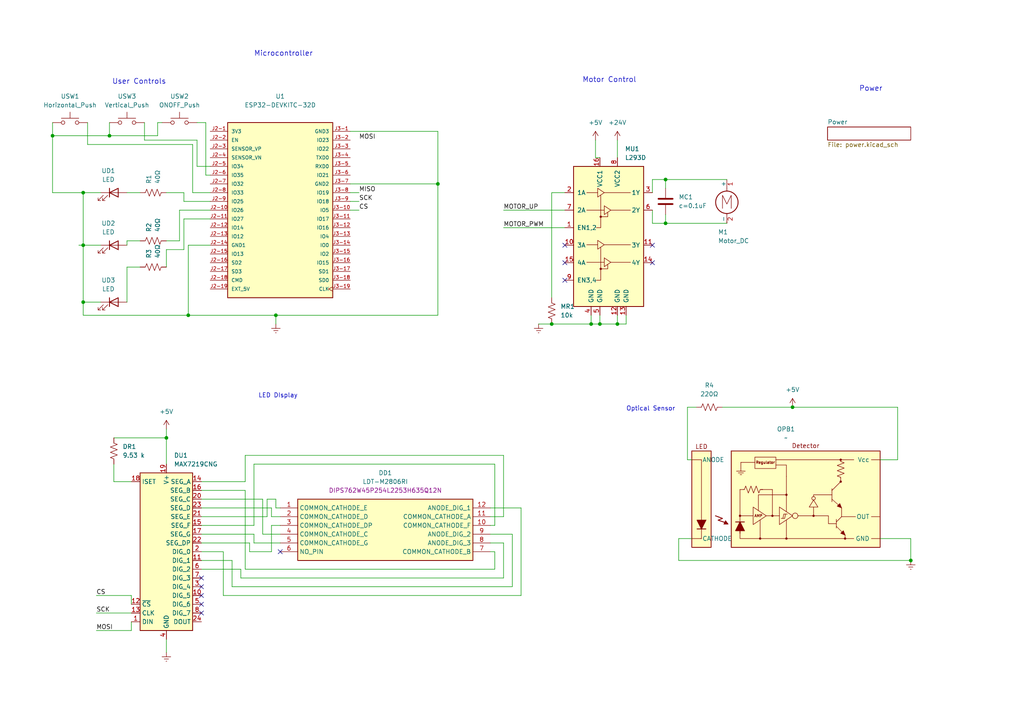
<source format=kicad_sch>
(kicad_sch
	(version 20231120)
	(generator "eeschema")
	(generator_version "8.0")
	(uuid "0303bbc1-f481-4705-adfc-1b5087483f2e")
	(paper "A4")
	(lib_symbols
		(symbol "Device:C"
			(pin_numbers hide)
			(pin_names
				(offset 0.254)
			)
			(exclude_from_sim no)
			(in_bom yes)
			(on_board yes)
			(property "Reference" "C"
				(at 0.635 2.54 0)
				(effects
					(font
						(size 1.27 1.27)
					)
					(justify left)
				)
			)
			(property "Value" "C"
				(at 0.635 -2.54 0)
				(effects
					(font
						(size 1.27 1.27)
					)
					(justify left)
				)
			)
			(property "Footprint" ""
				(at 0.9652 -3.81 0)
				(effects
					(font
						(size 1.27 1.27)
					)
					(hide yes)
				)
			)
			(property "Datasheet" "~"
				(at 0 0 0)
				(effects
					(font
						(size 1.27 1.27)
					)
					(hide yes)
				)
			)
			(property "Description" "Unpolarized capacitor"
				(at 0 0 0)
				(effects
					(font
						(size 1.27 1.27)
					)
					(hide yes)
				)
			)
			(property "ki_keywords" "cap capacitor"
				(at 0 0 0)
				(effects
					(font
						(size 1.27 1.27)
					)
					(hide yes)
				)
			)
			(property "ki_fp_filters" "C_*"
				(at 0 0 0)
				(effects
					(font
						(size 1.27 1.27)
					)
					(hide yes)
				)
			)
			(symbol "C_0_1"
				(polyline
					(pts
						(xy -2.032 -0.762) (xy 2.032 -0.762)
					)
					(stroke
						(width 0.508)
						(type default)
					)
					(fill
						(type none)
					)
				)
				(polyline
					(pts
						(xy -2.032 0.762) (xy 2.032 0.762)
					)
					(stroke
						(width 0.508)
						(type default)
					)
					(fill
						(type none)
					)
				)
			)
			(symbol "C_1_1"
				(pin passive line
					(at 0 3.81 270)
					(length 2.794)
					(name "~"
						(effects
							(font
								(size 1.27 1.27)
							)
						)
					)
					(number "1"
						(effects
							(font
								(size 1.27 1.27)
							)
						)
					)
				)
				(pin passive line
					(at 0 -3.81 90)
					(length 2.794)
					(name "~"
						(effects
							(font
								(size 1.27 1.27)
							)
						)
					)
					(number "2"
						(effects
							(font
								(size 1.27 1.27)
							)
						)
					)
				)
			)
		)
		(symbol "Device:LED"
			(pin_numbers hide)
			(pin_names
				(offset 1.016) hide)
			(exclude_from_sim no)
			(in_bom yes)
			(on_board yes)
			(property "Reference" "D"
				(at 0 2.54 0)
				(effects
					(font
						(size 1.27 1.27)
					)
				)
			)
			(property "Value" "LED"
				(at 0 -2.54 0)
				(effects
					(font
						(size 1.27 1.27)
					)
				)
			)
			(property "Footprint" ""
				(at 0 0 0)
				(effects
					(font
						(size 1.27 1.27)
					)
					(hide yes)
				)
			)
			(property "Datasheet" "~"
				(at 0 0 0)
				(effects
					(font
						(size 1.27 1.27)
					)
					(hide yes)
				)
			)
			(property "Description" "Light emitting diode"
				(at 0 0 0)
				(effects
					(font
						(size 1.27 1.27)
					)
					(hide yes)
				)
			)
			(property "ki_keywords" "LED diode"
				(at 0 0 0)
				(effects
					(font
						(size 1.27 1.27)
					)
					(hide yes)
				)
			)
			(property "ki_fp_filters" "LED* LED_SMD:* LED_THT:*"
				(at 0 0 0)
				(effects
					(font
						(size 1.27 1.27)
					)
					(hide yes)
				)
			)
			(symbol "LED_0_1"
				(polyline
					(pts
						(xy -1.27 -1.27) (xy -1.27 1.27)
					)
					(stroke
						(width 0.254)
						(type default)
					)
					(fill
						(type none)
					)
				)
				(polyline
					(pts
						(xy -1.27 0) (xy 1.27 0)
					)
					(stroke
						(width 0)
						(type default)
					)
					(fill
						(type none)
					)
				)
				(polyline
					(pts
						(xy 1.27 -1.27) (xy 1.27 1.27) (xy -1.27 0) (xy 1.27 -1.27)
					)
					(stroke
						(width 0.254)
						(type default)
					)
					(fill
						(type none)
					)
				)
				(polyline
					(pts
						(xy -3.048 -0.762) (xy -4.572 -2.286) (xy -3.81 -2.286) (xy -4.572 -2.286) (xy -4.572 -1.524)
					)
					(stroke
						(width 0)
						(type default)
					)
					(fill
						(type none)
					)
				)
				(polyline
					(pts
						(xy -1.778 -0.762) (xy -3.302 -2.286) (xy -2.54 -2.286) (xy -3.302 -2.286) (xy -3.302 -1.524)
					)
					(stroke
						(width 0)
						(type default)
					)
					(fill
						(type none)
					)
				)
			)
			(symbol "LED_1_1"
				(pin passive line
					(at -3.81 0 0)
					(length 2.54)
					(name "K"
						(effects
							(font
								(size 1.27 1.27)
							)
						)
					)
					(number "1"
						(effects
							(font
								(size 1.27 1.27)
							)
						)
					)
				)
				(pin passive line
					(at 3.81 0 180)
					(length 2.54)
					(name "A"
						(effects
							(font
								(size 1.27 1.27)
							)
						)
					)
					(number "2"
						(effects
							(font
								(size 1.27 1.27)
							)
						)
					)
				)
			)
		)
		(symbol "Device:R_US"
			(pin_numbers hide)
			(pin_names
				(offset 0)
			)
			(exclude_from_sim no)
			(in_bom yes)
			(on_board yes)
			(property "Reference" "R"
				(at 2.54 0 90)
				(effects
					(font
						(size 1.27 1.27)
					)
				)
			)
			(property "Value" "R_US"
				(at -2.54 0 90)
				(effects
					(font
						(size 1.27 1.27)
					)
				)
			)
			(property "Footprint" ""
				(at 1.016 -0.254 90)
				(effects
					(font
						(size 1.27 1.27)
					)
					(hide yes)
				)
			)
			(property "Datasheet" "~"
				(at 0 0 0)
				(effects
					(font
						(size 1.27 1.27)
					)
					(hide yes)
				)
			)
			(property "Description" "Resistor, US symbol"
				(at 0 0 0)
				(effects
					(font
						(size 1.27 1.27)
					)
					(hide yes)
				)
			)
			(property "ki_keywords" "R res resistor"
				(at 0 0 0)
				(effects
					(font
						(size 1.27 1.27)
					)
					(hide yes)
				)
			)
			(property "ki_fp_filters" "R_*"
				(at 0 0 0)
				(effects
					(font
						(size 1.27 1.27)
					)
					(hide yes)
				)
			)
			(symbol "R_US_0_1"
				(polyline
					(pts
						(xy 0 -2.286) (xy 0 -2.54)
					)
					(stroke
						(width 0)
						(type default)
					)
					(fill
						(type none)
					)
				)
				(polyline
					(pts
						(xy 0 2.286) (xy 0 2.54)
					)
					(stroke
						(width 0)
						(type default)
					)
					(fill
						(type none)
					)
				)
				(polyline
					(pts
						(xy 0 -0.762) (xy 1.016 -1.143) (xy 0 -1.524) (xy -1.016 -1.905) (xy 0 -2.286)
					)
					(stroke
						(width 0)
						(type default)
					)
					(fill
						(type none)
					)
				)
				(polyline
					(pts
						(xy 0 0.762) (xy 1.016 0.381) (xy 0 0) (xy -1.016 -0.381) (xy 0 -0.762)
					)
					(stroke
						(width 0)
						(type default)
					)
					(fill
						(type none)
					)
				)
				(polyline
					(pts
						(xy 0 2.286) (xy 1.016 1.905) (xy 0 1.524) (xy -1.016 1.143) (xy 0 0.762)
					)
					(stroke
						(width 0)
						(type default)
					)
					(fill
						(type none)
					)
				)
			)
			(symbol "R_US_1_1"
				(pin passive line
					(at 0 3.81 270)
					(length 1.27)
					(name "~"
						(effects
							(font
								(size 1.27 1.27)
							)
						)
					)
					(number "1"
						(effects
							(font
								(size 1.27 1.27)
							)
						)
					)
				)
				(pin passive line
					(at 0 -3.81 90)
					(length 1.27)
					(name "~"
						(effects
							(font
								(size 1.27 1.27)
							)
						)
					)
					(number "2"
						(effects
							(font
								(size 1.27 1.27)
							)
						)
					)
				)
			)
		)
		(symbol "Driver_LED:MAX7221xNG"
			(exclude_from_sim no)
			(in_bom yes)
			(on_board yes)
			(property "Reference" "U"
				(at -6.35 24.13 0)
				(effects
					(font
						(size 1.27 1.27)
					)
					(justify left bottom)
				)
			)
			(property "Value" "MAX7221xNG"
				(at 1.27 25.4 0)
				(effects
					(font
						(size 1.27 1.27)
					)
					(justify left top)
				)
			)
			(property "Footprint" "Package_DIP:DIP-24_W7.62mm"
				(at -1.27 1.27 0)
				(effects
					(font
						(size 1.27 1.27)
					)
					(hide yes)
				)
			)
			(property "Datasheet" "https://datasheets.maximintegrated.com/en/ds/MAX7219-MAX7221.pdf"
				(at 1.27 -3.81 0)
				(effects
					(font
						(size 1.27 1.27)
					)
					(hide yes)
				)
			)
			(property "Description" "Serially Interfaced, 8-Digit LED Display Driver, PDIP-24"
				(at 0 0 0)
				(effects
					(font
						(size 1.27 1.27)
					)
					(hide yes)
				)
			)
			(property "ki_keywords" "spi qspi microwire"
				(at 0 0 0)
				(effects
					(font
						(size 1.27 1.27)
					)
					(hide yes)
				)
			)
			(property "ki_fp_filters" "DIP*W7.62mm*"
				(at 0 0 0)
				(effects
					(font
						(size 1.27 1.27)
					)
					(hide yes)
				)
			)
			(symbol "MAX7221xNG_0_1"
				(rectangle
					(start -7.62 22.86)
					(end 7.62 -22.86)
					(stroke
						(width 0.254)
						(type default)
					)
					(fill
						(type background)
					)
				)
			)
			(symbol "MAX7221xNG_1_1"
				(pin input line
					(at -10.16 -20.32 0)
					(length 2.54)
					(name "DIN"
						(effects
							(font
								(size 1.27 1.27)
							)
						)
					)
					(number "1"
						(effects
							(font
								(size 1.27 1.27)
							)
						)
					)
				)
				(pin open_collector line
					(at 10.16 -12.7 180)
					(length 2.54)
					(name "DIG_5"
						(effects
							(font
								(size 1.27 1.27)
							)
						)
					)
					(number "10"
						(effects
							(font
								(size 1.27 1.27)
							)
						)
					)
				)
				(pin open_collector line
					(at 10.16 -2.54 180)
					(length 2.54)
					(name "DIG_1"
						(effects
							(font
								(size 1.27 1.27)
							)
						)
					)
					(number "11"
						(effects
							(font
								(size 1.27 1.27)
							)
						)
					)
				)
				(pin input line
					(at -10.16 -15.24 0)
					(length 2.54)
					(name "~{CS}"
						(effects
							(font
								(size 1.27 1.27)
							)
						)
					)
					(number "12"
						(effects
							(font
								(size 1.27 1.27)
							)
						)
					)
				)
				(pin input line
					(at -10.16 -17.78 0)
					(length 2.54)
					(name "CLK"
						(effects
							(font
								(size 1.27 1.27)
							)
						)
					)
					(number "13"
						(effects
							(font
								(size 1.27 1.27)
							)
						)
					)
				)
				(pin open_emitter line
					(at 10.16 20.32 180)
					(length 2.54)
					(name "SEG_A"
						(effects
							(font
								(size 1.27 1.27)
							)
						)
					)
					(number "14"
						(effects
							(font
								(size 1.27 1.27)
							)
						)
					)
				)
				(pin open_emitter line
					(at 10.16 7.62 180)
					(length 2.54)
					(name "SEG_F"
						(effects
							(font
								(size 1.27 1.27)
							)
						)
					)
					(number "15"
						(effects
							(font
								(size 1.27 1.27)
							)
						)
					)
				)
				(pin open_emitter line
					(at 10.16 17.78 180)
					(length 2.54)
					(name "SEG_B"
						(effects
							(font
								(size 1.27 1.27)
							)
						)
					)
					(number "16"
						(effects
							(font
								(size 1.27 1.27)
							)
						)
					)
				)
				(pin open_emitter line
					(at 10.16 5.08 180)
					(length 2.54)
					(name "SEG_G"
						(effects
							(font
								(size 1.27 1.27)
							)
						)
					)
					(number "17"
						(effects
							(font
								(size 1.27 1.27)
							)
						)
					)
				)
				(pin input line
					(at -10.16 20.32 0)
					(length 2.54)
					(name "ISET"
						(effects
							(font
								(size 1.27 1.27)
							)
						)
					)
					(number "18"
						(effects
							(font
								(size 1.27 1.27)
							)
						)
					)
				)
				(pin power_in line
					(at 0 25.4 270)
					(length 2.54)
					(name "V+"
						(effects
							(font
								(size 1.27 1.27)
							)
						)
					)
					(number "19"
						(effects
							(font
								(size 1.27 1.27)
							)
						)
					)
				)
				(pin open_collector line
					(at 10.16 0 180)
					(length 2.54)
					(name "DIG_0"
						(effects
							(font
								(size 1.27 1.27)
							)
						)
					)
					(number "2"
						(effects
							(font
								(size 1.27 1.27)
							)
						)
					)
				)
				(pin open_emitter line
					(at 10.16 15.24 180)
					(length 2.54)
					(name "SEG_C"
						(effects
							(font
								(size 1.27 1.27)
							)
						)
					)
					(number "20"
						(effects
							(font
								(size 1.27 1.27)
							)
						)
					)
				)
				(pin open_emitter line
					(at 10.16 10.16 180)
					(length 2.54)
					(name "SEG_E"
						(effects
							(font
								(size 1.27 1.27)
							)
						)
					)
					(number "21"
						(effects
							(font
								(size 1.27 1.27)
							)
						)
					)
				)
				(pin open_emitter line
					(at 10.16 2.54 180)
					(length 2.54)
					(name "SEG_DP"
						(effects
							(font
								(size 1.27 1.27)
							)
						)
					)
					(number "22"
						(effects
							(font
								(size 1.27 1.27)
							)
						)
					)
				)
				(pin open_emitter line
					(at 10.16 12.7 180)
					(length 2.54)
					(name "SEG_D"
						(effects
							(font
								(size 1.27 1.27)
							)
						)
					)
					(number "23"
						(effects
							(font
								(size 1.27 1.27)
							)
						)
					)
				)
				(pin output line
					(at 10.16 -20.32 180)
					(length 2.54)
					(name "DOUT"
						(effects
							(font
								(size 1.27 1.27)
							)
						)
					)
					(number "24"
						(effects
							(font
								(size 1.27 1.27)
							)
						)
					)
				)
				(pin open_collector line
					(at 10.16 -10.16 180)
					(length 2.54)
					(name "DIG_4"
						(effects
							(font
								(size 1.27 1.27)
							)
						)
					)
					(number "3"
						(effects
							(font
								(size 1.27 1.27)
							)
						)
					)
				)
				(pin power_in line
					(at 0 -25.4 90)
					(length 2.54)
					(name "GND"
						(effects
							(font
								(size 1.27 1.27)
							)
						)
					)
					(number "4"
						(effects
							(font
								(size 1.27 1.27)
							)
						)
					)
				)
				(pin open_collector line
					(at 10.16 -15.24 180)
					(length 2.54)
					(name "DIG_6"
						(effects
							(font
								(size 1.27 1.27)
							)
						)
					)
					(number "5"
						(effects
							(font
								(size 1.27 1.27)
							)
						)
					)
				)
				(pin open_collector line
					(at 10.16 -5.08 180)
					(length 2.54)
					(name "DIG_2"
						(effects
							(font
								(size 1.27 1.27)
							)
						)
					)
					(number "6"
						(effects
							(font
								(size 1.27 1.27)
							)
						)
					)
				)
				(pin open_collector line
					(at 10.16 -7.62 180)
					(length 2.54)
					(name "DIG_3"
						(effects
							(font
								(size 1.27 1.27)
							)
						)
					)
					(number "7"
						(effects
							(font
								(size 1.27 1.27)
							)
						)
					)
				)
				(pin open_collector line
					(at 10.16 -17.78 180)
					(length 2.54)
					(name "DIG_7"
						(effects
							(font
								(size 1.27 1.27)
							)
						)
					)
					(number "8"
						(effects
							(font
								(size 1.27 1.27)
							)
						)
					)
				)
				(pin passive line
					(at 0 -25.4 90)
					(length 2.54) hide
					(name "GND"
						(effects
							(font
								(size 1.27 1.27)
							)
						)
					)
					(number "9"
						(effects
							(font
								(size 1.27 1.27)
							)
						)
					)
				)
			)
		)
		(symbol "Driver_Motor:L293D"
			(pin_names
				(offset 1.016)
			)
			(exclude_from_sim no)
			(in_bom yes)
			(on_board yes)
			(property "Reference" "U"
				(at -5.08 26.035 0)
				(effects
					(font
						(size 1.27 1.27)
					)
					(justify right)
				)
			)
			(property "Value" "L293D"
				(at -5.08 24.13 0)
				(effects
					(font
						(size 1.27 1.27)
					)
					(justify right)
				)
			)
			(property "Footprint" "Package_DIP:DIP-16_W7.62mm"
				(at 6.35 -19.05 0)
				(effects
					(font
						(size 1.27 1.27)
					)
					(justify left)
					(hide yes)
				)
			)
			(property "Datasheet" "http://www.ti.com/lit/ds/symlink/l293.pdf"
				(at -7.62 17.78 0)
				(effects
					(font
						(size 1.27 1.27)
					)
					(hide yes)
				)
			)
			(property "Description" "Quadruple Half-H Drivers"
				(at 0 0 0)
				(effects
					(font
						(size 1.27 1.27)
					)
					(hide yes)
				)
			)
			(property "ki_keywords" "Half-H Driver Motor"
				(at 0 0 0)
				(effects
					(font
						(size 1.27 1.27)
					)
					(hide yes)
				)
			)
			(property "ki_fp_filters" "DIP*W7.62mm*"
				(at 0 0 0)
				(effects
					(font
						(size 1.27 1.27)
					)
					(hide yes)
				)
			)
			(symbol "L293D_0_1"
				(rectangle
					(start -10.16 22.86)
					(end 10.16 -17.78)
					(stroke
						(width 0.254)
						(type default)
					)
					(fill
						(type background)
					)
				)
				(circle
					(center -2.286 -6.858)
					(radius 0.254)
					(stroke
						(width 0)
						(type default)
					)
					(fill
						(type outline)
					)
				)
				(circle
					(center -2.286 8.255)
					(radius 0.254)
					(stroke
						(width 0)
						(type default)
					)
					(fill
						(type outline)
					)
				)
				(polyline
					(pts
						(xy -6.35 -4.953) (xy -1.27 -4.953)
					)
					(stroke
						(width 0)
						(type default)
					)
					(fill
						(type none)
					)
				)
				(polyline
					(pts
						(xy -6.35 0.127) (xy -3.175 0.127)
					)
					(stroke
						(width 0)
						(type default)
					)
					(fill
						(type none)
					)
				)
				(polyline
					(pts
						(xy -6.35 10.16) (xy -1.27 10.16)
					)
					(stroke
						(width 0)
						(type default)
					)
					(fill
						(type none)
					)
				)
				(polyline
					(pts
						(xy -6.35 15.24) (xy -3.175 15.24)
					)
					(stroke
						(width 0)
						(type default)
					)
					(fill
						(type none)
					)
				)
				(polyline
					(pts
						(xy -1.27 0.127) (xy 6.35 0.127)
					)
					(stroke
						(width 0)
						(type default)
					)
					(fill
						(type none)
					)
				)
				(polyline
					(pts
						(xy -1.27 15.24) (xy 6.35 15.24)
					)
					(stroke
						(width 0)
						(type default)
					)
					(fill
						(type none)
					)
				)
				(polyline
					(pts
						(xy 0.635 -4.953) (xy 6.35 -4.953)
					)
					(stroke
						(width 0)
						(type default)
					)
					(fill
						(type none)
					)
				)
				(polyline
					(pts
						(xy 0.635 10.16) (xy 6.35 10.16)
					)
					(stroke
						(width 0)
						(type default)
					)
					(fill
						(type none)
					)
				)
				(polyline
					(pts
						(xy -2.286 -6.858) (xy -0.254 -6.858) (xy -0.254 -5.588)
					)
					(stroke
						(width 0)
						(type default)
					)
					(fill
						(type none)
					)
				)
				(polyline
					(pts
						(xy -2.286 -0.635) (xy -2.286 -10.16) (xy -3.556 -10.16)
					)
					(stroke
						(width 0)
						(type default)
					)
					(fill
						(type none)
					)
				)
				(polyline
					(pts
						(xy -2.286 8.255) (xy -0.254 8.255) (xy -0.254 9.525)
					)
					(stroke
						(width 0)
						(type default)
					)
					(fill
						(type none)
					)
				)
				(polyline
					(pts
						(xy -2.286 14.478) (xy -2.286 5.08) (xy -3.556 5.08)
					)
					(stroke
						(width 0)
						(type default)
					)
					(fill
						(type none)
					)
				)
				(polyline
					(pts
						(xy -3.175 1.397) (xy -3.175 -1.143) (xy -1.27 0.127) (xy -3.175 1.397)
					)
					(stroke
						(width 0)
						(type default)
					)
					(fill
						(type none)
					)
				)
				(polyline
					(pts
						(xy -3.175 16.51) (xy -3.175 13.97) (xy -1.27 15.24) (xy -3.175 16.51)
					)
					(stroke
						(width 0)
						(type default)
					)
					(fill
						(type none)
					)
				)
				(polyline
					(pts
						(xy -1.27 -3.683) (xy -1.27 -6.223) (xy 0.635 -4.953) (xy -1.27 -3.683)
					)
					(stroke
						(width 0)
						(type default)
					)
					(fill
						(type none)
					)
				)
				(polyline
					(pts
						(xy -1.27 11.43) (xy -1.27 8.89) (xy 0.635 10.16) (xy -1.27 11.43)
					)
					(stroke
						(width 0)
						(type default)
					)
					(fill
						(type none)
					)
				)
			)
			(symbol "L293D_1_1"
				(pin input line
					(at -12.7 5.08 0)
					(length 2.54)
					(name "EN1,2"
						(effects
							(font
								(size 1.27 1.27)
							)
						)
					)
					(number "1"
						(effects
							(font
								(size 1.27 1.27)
							)
						)
					)
				)
				(pin input line
					(at -12.7 0 0)
					(length 2.54)
					(name "3A"
						(effects
							(font
								(size 1.27 1.27)
							)
						)
					)
					(number "10"
						(effects
							(font
								(size 1.27 1.27)
							)
						)
					)
				)
				(pin output line
					(at 12.7 0 180)
					(length 2.54)
					(name "3Y"
						(effects
							(font
								(size 1.27 1.27)
							)
						)
					)
					(number "11"
						(effects
							(font
								(size 1.27 1.27)
							)
						)
					)
				)
				(pin power_in line
					(at 2.54 -20.32 90)
					(length 2.54)
					(name "GND"
						(effects
							(font
								(size 1.27 1.27)
							)
						)
					)
					(number "12"
						(effects
							(font
								(size 1.27 1.27)
							)
						)
					)
				)
				(pin power_in line
					(at 5.08 -20.32 90)
					(length 2.54)
					(name "GND"
						(effects
							(font
								(size 1.27 1.27)
							)
						)
					)
					(number "13"
						(effects
							(font
								(size 1.27 1.27)
							)
						)
					)
				)
				(pin output line
					(at 12.7 -5.08 180)
					(length 2.54)
					(name "4Y"
						(effects
							(font
								(size 1.27 1.27)
							)
						)
					)
					(number "14"
						(effects
							(font
								(size 1.27 1.27)
							)
						)
					)
				)
				(pin input line
					(at -12.7 -5.08 0)
					(length 2.54)
					(name "4A"
						(effects
							(font
								(size 1.27 1.27)
							)
						)
					)
					(number "15"
						(effects
							(font
								(size 1.27 1.27)
							)
						)
					)
				)
				(pin power_in line
					(at -2.54 25.4 270)
					(length 2.54)
					(name "VCC1"
						(effects
							(font
								(size 1.27 1.27)
							)
						)
					)
					(number "16"
						(effects
							(font
								(size 1.27 1.27)
							)
						)
					)
				)
				(pin input line
					(at -12.7 15.24 0)
					(length 2.54)
					(name "1A"
						(effects
							(font
								(size 1.27 1.27)
							)
						)
					)
					(number "2"
						(effects
							(font
								(size 1.27 1.27)
							)
						)
					)
				)
				(pin output line
					(at 12.7 15.24 180)
					(length 2.54)
					(name "1Y"
						(effects
							(font
								(size 1.27 1.27)
							)
						)
					)
					(number "3"
						(effects
							(font
								(size 1.27 1.27)
							)
						)
					)
				)
				(pin power_in line
					(at -5.08 -20.32 90)
					(length 2.54)
					(name "GND"
						(effects
							(font
								(size 1.27 1.27)
							)
						)
					)
					(number "4"
						(effects
							(font
								(size 1.27 1.27)
							)
						)
					)
				)
				(pin power_in line
					(at -2.54 -20.32 90)
					(length 2.54)
					(name "GND"
						(effects
							(font
								(size 1.27 1.27)
							)
						)
					)
					(number "5"
						(effects
							(font
								(size 1.27 1.27)
							)
						)
					)
				)
				(pin output line
					(at 12.7 10.16 180)
					(length 2.54)
					(name "2Y"
						(effects
							(font
								(size 1.27 1.27)
							)
						)
					)
					(number "6"
						(effects
							(font
								(size 1.27 1.27)
							)
						)
					)
				)
				(pin input line
					(at -12.7 10.16 0)
					(length 2.54)
					(name "2A"
						(effects
							(font
								(size 1.27 1.27)
							)
						)
					)
					(number "7"
						(effects
							(font
								(size 1.27 1.27)
							)
						)
					)
				)
				(pin power_in line
					(at 2.54 25.4 270)
					(length 2.54)
					(name "VCC2"
						(effects
							(font
								(size 1.27 1.27)
							)
						)
					)
					(number "8"
						(effects
							(font
								(size 1.27 1.27)
							)
						)
					)
				)
				(pin input line
					(at -12.7 -10.16 0)
					(length 2.54)
					(name "EN3,4"
						(effects
							(font
								(size 1.27 1.27)
							)
						)
					)
					(number "9"
						(effects
							(font
								(size 1.27 1.27)
							)
						)
					)
				)
			)
		)
		(symbol "ESP32-DEVKITC-32D:ESP32-DEVKITC-32D"
			(pin_names
				(offset 1.016)
			)
			(exclude_from_sim no)
			(in_bom yes)
			(on_board yes)
			(property "Reference" "U"
				(at -15.2572 26.0643 0)
				(effects
					(font
						(size 1.27 1.27)
					)
					(justify left bottom)
				)
			)
			(property "Value" "ESP32-DEVKITC-32D"
				(at -15.2563 -27.9698 0)
				(effects
					(font
						(size 1.27 1.27)
					)
					(justify left bottom)
				)
			)
			(property "Footprint" "ESP32-DEVKITC-32D:MODULE_ESP32-DEVKITC-32D"
				(at 0 0 0)
				(effects
					(font
						(size 1.27 1.27)
					)
					(justify bottom)
					(hide yes)
				)
			)
			(property "Datasheet" ""
				(at 0 0 0)
				(effects
					(font
						(size 1.27 1.27)
					)
					(hide yes)
				)
			)
			(property "Description" "\nWiFi Development Tools (802.11) ESP32 General Development Kit, ESP32-WROOM-32D on the board\n"
				(at 0 0 0)
				(effects
					(font
						(size 1.27 1.27)
					)
					(justify bottom)
					(hide yes)
				)
			)
			(property "MF" "Espressif Systems"
				(at 0 0 0)
				(effects
					(font
						(size 1.27 1.27)
					)
					(justify bottom)
					(hide yes)
				)
			)
			(property "MAXIMUM_PACKAGE_HEIGHT" "N/A"
				(at 0 0 0)
				(effects
					(font
						(size 1.27 1.27)
					)
					(justify bottom)
					(hide yes)
				)
			)
			(property "Package" "None"
				(at 0 0 0)
				(effects
					(font
						(size 1.27 1.27)
					)
					(justify bottom)
					(hide yes)
				)
			)
			(property "Price" "None"
				(at 0 0 0)
				(effects
					(font
						(size 1.27 1.27)
					)
					(justify bottom)
					(hide yes)
				)
			)
			(property "Check_prices" "https://www.snapeda.com/parts/ESP32-DEVKITC-32D/Espressif+Systems/view-part/?ref=eda"
				(at 0 0 0)
				(effects
					(font
						(size 1.27 1.27)
					)
					(justify bottom)
					(hide yes)
				)
			)
			(property "STANDARD" "Manufacturer Recommendations"
				(at 0 0 0)
				(effects
					(font
						(size 1.27 1.27)
					)
					(justify bottom)
					(hide yes)
				)
			)
			(property "PARTREV" "V4"
				(at 0 0 0)
				(effects
					(font
						(size 1.27 1.27)
					)
					(justify bottom)
					(hide yes)
				)
			)
			(property "SnapEDA_Link" "https://www.snapeda.com/parts/ESP32-DEVKITC-32D/Espressif+Systems/view-part/?ref=snap"
				(at 0 0 0)
				(effects
					(font
						(size 1.27 1.27)
					)
					(justify bottom)
					(hide yes)
				)
			)
			(property "MP" "ESP32-DEVKITC-32D"
				(at 0 0 0)
				(effects
					(font
						(size 1.27 1.27)
					)
					(justify bottom)
					(hide yes)
				)
			)
			(property "Purchase-URL" "https://www.snapeda.com/api/url_track_click_mouser/?unipart_id=2777395&manufacturer=Espressif Systems&part_name=ESP32-DEVKITC-32D&search_term=None"
				(at 0 0 0)
				(effects
					(font
						(size 1.27 1.27)
					)
					(justify bottom)
					(hide yes)
				)
			)
			(property "MANUFACTURER" "Espressif Systems"
				(at 0 0 0)
				(effects
					(font
						(size 1.27 1.27)
					)
					(justify bottom)
					(hide yes)
				)
			)
			(property "Availability" "In Stock"
				(at 0 0 0)
				(effects
					(font
						(size 1.27 1.27)
					)
					(justify bottom)
					(hide yes)
				)
			)
			(property "SNAPEDA_PN" "ESP32-DEVKITC-32D"
				(at 0 0 0)
				(effects
					(font
						(size 1.27 1.27)
					)
					(justify bottom)
					(hide yes)
				)
			)
			(symbol "ESP32-DEVKITC-32D_0_0"
				(rectangle
					(start -15.24 -25.4)
					(end 15.24 25.4)
					(stroke
						(width 0.254)
						(type default)
					)
					(fill
						(type background)
					)
				)
				(pin power_in line
					(at -20.32 22.86 0)
					(length 5.08)
					(name "3V3"
						(effects
							(font
								(size 1.016 1.016)
							)
						)
					)
					(number "J2-1"
						(effects
							(font
								(size 1.016 1.016)
							)
						)
					)
				)
				(pin bidirectional line
					(at -20.32 0 0)
					(length 5.08)
					(name "IO26"
						(effects
							(font
								(size 1.016 1.016)
							)
						)
					)
					(number "J2-10"
						(effects
							(font
								(size 1.016 1.016)
							)
						)
					)
				)
				(pin bidirectional line
					(at -20.32 -2.54 0)
					(length 5.08)
					(name "IO27"
						(effects
							(font
								(size 1.016 1.016)
							)
						)
					)
					(number "J2-11"
						(effects
							(font
								(size 1.016 1.016)
							)
						)
					)
				)
				(pin bidirectional line
					(at -20.32 -5.08 0)
					(length 5.08)
					(name "IO14"
						(effects
							(font
								(size 1.016 1.016)
							)
						)
					)
					(number "J2-12"
						(effects
							(font
								(size 1.016 1.016)
							)
						)
					)
				)
				(pin bidirectional line
					(at -20.32 -7.62 0)
					(length 5.08)
					(name "IO12"
						(effects
							(font
								(size 1.016 1.016)
							)
						)
					)
					(number "J2-13"
						(effects
							(font
								(size 1.016 1.016)
							)
						)
					)
				)
				(pin power_in line
					(at -20.32 -10.16 0)
					(length 5.08)
					(name "GND1"
						(effects
							(font
								(size 1.016 1.016)
							)
						)
					)
					(number "J2-14"
						(effects
							(font
								(size 1.016 1.016)
							)
						)
					)
				)
				(pin bidirectional line
					(at -20.32 -12.7 0)
					(length 5.08)
					(name "IO13"
						(effects
							(font
								(size 1.016 1.016)
							)
						)
					)
					(number "J2-15"
						(effects
							(font
								(size 1.016 1.016)
							)
						)
					)
				)
				(pin bidirectional line
					(at -20.32 -15.24 0)
					(length 5.08)
					(name "SD2"
						(effects
							(font
								(size 1.016 1.016)
							)
						)
					)
					(number "J2-16"
						(effects
							(font
								(size 1.016 1.016)
							)
						)
					)
				)
				(pin bidirectional line
					(at -20.32 -17.78 0)
					(length 5.08)
					(name "SD3"
						(effects
							(font
								(size 1.016 1.016)
							)
						)
					)
					(number "J2-17"
						(effects
							(font
								(size 1.016 1.016)
							)
						)
					)
				)
				(pin bidirectional line
					(at -20.32 -20.32 0)
					(length 5.08)
					(name "CMD"
						(effects
							(font
								(size 1.016 1.016)
							)
						)
					)
					(number "J2-18"
						(effects
							(font
								(size 1.016 1.016)
							)
						)
					)
				)
				(pin power_in line
					(at -20.32 -22.86 0)
					(length 5.08)
					(name "EXT_5V"
						(effects
							(font
								(size 1.016 1.016)
							)
						)
					)
					(number "J2-19"
						(effects
							(font
								(size 1.016 1.016)
							)
						)
					)
				)
				(pin input line
					(at -20.32 20.32 0)
					(length 5.08)
					(name "EN"
						(effects
							(font
								(size 1.016 1.016)
							)
						)
					)
					(number "J2-2"
						(effects
							(font
								(size 1.016 1.016)
							)
						)
					)
				)
				(pin input line
					(at -20.32 17.78 0)
					(length 5.08)
					(name "SENSOR_VP"
						(effects
							(font
								(size 1.016 1.016)
							)
						)
					)
					(number "J2-3"
						(effects
							(font
								(size 1.016 1.016)
							)
						)
					)
				)
				(pin input line
					(at -20.32 15.24 0)
					(length 5.08)
					(name "SENSOR_VN"
						(effects
							(font
								(size 1.016 1.016)
							)
						)
					)
					(number "J2-4"
						(effects
							(font
								(size 1.016 1.016)
							)
						)
					)
				)
				(pin bidirectional line
					(at -20.32 12.7 0)
					(length 5.08)
					(name "IO34"
						(effects
							(font
								(size 1.016 1.016)
							)
						)
					)
					(number "J2-5"
						(effects
							(font
								(size 1.016 1.016)
							)
						)
					)
				)
				(pin bidirectional line
					(at -20.32 10.16 0)
					(length 5.08)
					(name "IO35"
						(effects
							(font
								(size 1.016 1.016)
							)
						)
					)
					(number "J2-6"
						(effects
							(font
								(size 1.016 1.016)
							)
						)
					)
				)
				(pin bidirectional line
					(at -20.32 7.62 0)
					(length 5.08)
					(name "IO32"
						(effects
							(font
								(size 1.016 1.016)
							)
						)
					)
					(number "J2-7"
						(effects
							(font
								(size 1.016 1.016)
							)
						)
					)
				)
				(pin bidirectional line
					(at -20.32 5.08 0)
					(length 5.08)
					(name "IO33"
						(effects
							(font
								(size 1.016 1.016)
							)
						)
					)
					(number "J2-8"
						(effects
							(font
								(size 1.016 1.016)
							)
						)
					)
				)
				(pin bidirectional line
					(at -20.32 2.54 0)
					(length 5.08)
					(name "IO25"
						(effects
							(font
								(size 1.016 1.016)
							)
						)
					)
					(number "J2-9"
						(effects
							(font
								(size 1.016 1.016)
							)
						)
					)
				)
				(pin power_in line
					(at 20.32 22.86 180)
					(length 5.08)
					(name "GND3"
						(effects
							(font
								(size 1.016 1.016)
							)
						)
					)
					(number "J3-1"
						(effects
							(font
								(size 1.016 1.016)
							)
						)
					)
				)
				(pin bidirectional line
					(at 20.32 0 180)
					(length 5.08)
					(name "IO5"
						(effects
							(font
								(size 1.016 1.016)
							)
						)
					)
					(number "J3-10"
						(effects
							(font
								(size 1.016 1.016)
							)
						)
					)
				)
				(pin bidirectional line
					(at 20.32 -2.54 180)
					(length 5.08)
					(name "IO17"
						(effects
							(font
								(size 1.016 1.016)
							)
						)
					)
					(number "J3-11"
						(effects
							(font
								(size 1.016 1.016)
							)
						)
					)
				)
				(pin bidirectional line
					(at 20.32 -5.08 180)
					(length 5.08)
					(name "IO16"
						(effects
							(font
								(size 1.016 1.016)
							)
						)
					)
					(number "J3-12"
						(effects
							(font
								(size 1.016 1.016)
							)
						)
					)
				)
				(pin bidirectional line
					(at 20.32 -7.62 180)
					(length 5.08)
					(name "IO4"
						(effects
							(font
								(size 1.016 1.016)
							)
						)
					)
					(number "J3-13"
						(effects
							(font
								(size 1.016 1.016)
							)
						)
					)
				)
				(pin bidirectional line
					(at 20.32 -10.16 180)
					(length 5.08)
					(name "IO0"
						(effects
							(font
								(size 1.016 1.016)
							)
						)
					)
					(number "J3-14"
						(effects
							(font
								(size 1.016 1.016)
							)
						)
					)
				)
				(pin bidirectional line
					(at 20.32 -12.7 180)
					(length 5.08)
					(name "IO2"
						(effects
							(font
								(size 1.016 1.016)
							)
						)
					)
					(number "J3-15"
						(effects
							(font
								(size 1.016 1.016)
							)
						)
					)
				)
				(pin bidirectional line
					(at 20.32 -15.24 180)
					(length 5.08)
					(name "IO15"
						(effects
							(font
								(size 1.016 1.016)
							)
						)
					)
					(number "J3-16"
						(effects
							(font
								(size 1.016 1.016)
							)
						)
					)
				)
				(pin bidirectional line
					(at 20.32 -17.78 180)
					(length 5.08)
					(name "SD1"
						(effects
							(font
								(size 1.016 1.016)
							)
						)
					)
					(number "J3-17"
						(effects
							(font
								(size 1.016 1.016)
							)
						)
					)
				)
				(pin bidirectional line
					(at 20.32 -20.32 180)
					(length 5.08)
					(name "SD0"
						(effects
							(font
								(size 1.016 1.016)
							)
						)
					)
					(number "J3-18"
						(effects
							(font
								(size 1.016 1.016)
							)
						)
					)
				)
				(pin input clock
					(at 20.32 -22.86 180)
					(length 5.08)
					(name "CLK"
						(effects
							(font
								(size 1.016 1.016)
							)
						)
					)
					(number "J3-19"
						(effects
							(font
								(size 1.016 1.016)
							)
						)
					)
				)
				(pin bidirectional line
					(at 20.32 20.32 180)
					(length 5.08)
					(name "IO23"
						(effects
							(font
								(size 1.016 1.016)
							)
						)
					)
					(number "J3-2"
						(effects
							(font
								(size 1.016 1.016)
							)
						)
					)
				)
				(pin bidirectional line
					(at 20.32 17.78 180)
					(length 5.08)
					(name "IO22"
						(effects
							(font
								(size 1.016 1.016)
							)
						)
					)
					(number "J3-3"
						(effects
							(font
								(size 1.016 1.016)
							)
						)
					)
				)
				(pin output line
					(at 20.32 15.24 180)
					(length 5.08)
					(name "TXD0"
						(effects
							(font
								(size 1.016 1.016)
							)
						)
					)
					(number "J3-4"
						(effects
							(font
								(size 1.016 1.016)
							)
						)
					)
				)
				(pin input line
					(at 20.32 12.7 180)
					(length 5.08)
					(name "RXD0"
						(effects
							(font
								(size 1.016 1.016)
							)
						)
					)
					(number "J3-5"
						(effects
							(font
								(size 1.016 1.016)
							)
						)
					)
				)
				(pin bidirectional line
					(at 20.32 10.16 180)
					(length 5.08)
					(name "IO21"
						(effects
							(font
								(size 1.016 1.016)
							)
						)
					)
					(number "J3-6"
						(effects
							(font
								(size 1.016 1.016)
							)
						)
					)
				)
				(pin power_in line
					(at 20.32 7.62 180)
					(length 5.08)
					(name "GND2"
						(effects
							(font
								(size 1.016 1.016)
							)
						)
					)
					(number "J3-7"
						(effects
							(font
								(size 1.016 1.016)
							)
						)
					)
				)
				(pin bidirectional line
					(at 20.32 5.08 180)
					(length 5.08)
					(name "IO19"
						(effects
							(font
								(size 1.016 1.016)
							)
						)
					)
					(number "J3-8"
						(effects
							(font
								(size 1.016 1.016)
							)
						)
					)
				)
				(pin bidirectional line
					(at 20.32 2.54 180)
					(length 5.08)
					(name "IO18"
						(effects
							(font
								(size 1.016 1.016)
							)
						)
					)
					(number "J3-9"
						(effects
							(font
								(size 1.016 1.016)
							)
						)
					)
				)
			)
		)
		(symbol "Earth_1"
			(power)
			(pin_numbers hide)
			(pin_names
				(offset 0) hide)
			(exclude_from_sim no)
			(in_bom yes)
			(on_board yes)
			(property "Reference" "#PWR"
				(at 0 -6.35 0)
				(effects
					(font
						(size 1.27 1.27)
					)
					(hide yes)
				)
			)
			(property "Value" "Earth"
				(at 0 -3.81 0)
				(effects
					(font
						(size 1.27 1.27)
					)
				)
			)
			(property "Footprint" ""
				(at 0 0 0)
				(effects
					(font
						(size 1.27 1.27)
					)
					(hide yes)
				)
			)
			(property "Datasheet" "~"
				(at 0 0 0)
				(effects
					(font
						(size 1.27 1.27)
					)
					(hide yes)
				)
			)
			(property "Description" "Power symbol creates a global label with name \"Earth\""
				(at 0 0 0)
				(effects
					(font
						(size 1.27 1.27)
					)
					(hide yes)
				)
			)
			(property "ki_keywords" "global ground gnd"
				(at 0 0 0)
				(effects
					(font
						(size 1.27 1.27)
					)
					(hide yes)
				)
			)
			(symbol "Earth_1_0_1"
				(polyline
					(pts
						(xy -0.635 -1.905) (xy 0.635 -1.905)
					)
					(stroke
						(width 0)
						(type default)
					)
					(fill
						(type none)
					)
				)
				(polyline
					(pts
						(xy -0.127 -2.54) (xy 0.127 -2.54)
					)
					(stroke
						(width 0)
						(type default)
					)
					(fill
						(type none)
					)
				)
				(polyline
					(pts
						(xy 0 -1.27) (xy 0 0)
					)
					(stroke
						(width 0)
						(type default)
					)
					(fill
						(type none)
					)
				)
				(polyline
					(pts
						(xy 1.27 -1.27) (xy -1.27 -1.27)
					)
					(stroke
						(width 0)
						(type default)
					)
					(fill
						(type none)
					)
				)
			)
			(symbol "Earth_1_1_1"
				(pin power_in line
					(at 0 0 270)
					(length 0)
					(name "~"
						(effects
							(font
								(size 1.27 1.27)
							)
						)
					)
					(number "1"
						(effects
							(font
								(size 1.27 1.27)
							)
						)
					)
				)
			)
		)
		(symbol "LDT-M2806RI:LDT-M2806RI"
			(exclude_from_sim no)
			(in_bom yes)
			(on_board yes)
			(property "Reference" "DS"
				(at 57.15 7.62 0)
				(effects
					(font
						(size 1.27 1.27)
					)
					(justify left top)
				)
			)
			(property "Value" "LDT-M2806RI"
				(at 57.15 5.08 0)
				(effects
					(font
						(size 1.27 1.27)
					)
					(justify left top)
				)
			)
			(property "Footprint" "DIPS762W45P254L2253H635Q12N"
				(at 57.15 -94.92 0)
				(effects
					(font
						(size 1.27 1.27)
					)
					(justify left top)
					(hide yes)
				)
			)
			(property "Datasheet" "https://mouser.componentsearchengine.com/Datasheets/5/LDT-M2806RI.pdf"
				(at 57.15 -194.92 0)
				(effects
					(font
						(size 1.27 1.27)
					)
					(justify left top)
					(hide yes)
				)
			)
			(property "Description" "LED Displays & Accessories"
				(at 0 0 0)
				(effects
					(font
						(size 1.27 1.27)
					)
					(hide yes)
				)
			)
			(property "Height" "6.35"
				(at 57.15 -394.92 0)
				(effects
					(font
						(size 1.27 1.27)
					)
					(justify left top)
					(hide yes)
				)
			)
			(property "Manufacturer_Name" "Lumex"
				(at 57.15 -494.92 0)
				(effects
					(font
						(size 1.27 1.27)
					)
					(justify left top)
					(hide yes)
				)
			)
			(property "Manufacturer_Part_Number" "LDT-M2806RI"
				(at 57.15 -594.92 0)
				(effects
					(font
						(size 1.27 1.27)
					)
					(justify left top)
					(hide yes)
				)
			)
			(property "Mouser Part Number" "696-LDT-M2806RI"
				(at 57.15 -694.92 0)
				(effects
					(font
						(size 1.27 1.27)
					)
					(justify left top)
					(hide yes)
				)
			)
			(property "Mouser Price/Stock" "https://www.mouser.co.uk/ProductDetail/Lumex/LDT-M2806RI?qs=P2CO9%252Bg33ZsJUBmjFk6Utw%3D%3D"
				(at 57.15 -794.92 0)
				(effects
					(font
						(size 1.27 1.27)
					)
					(justify left top)
					(hide yes)
				)
			)
			(property "Arrow Part Number" "LDT-M2806RI"
				(at 57.15 -894.92 0)
				(effects
					(font
						(size 1.27 1.27)
					)
					(justify left top)
					(hide yes)
				)
			)
			(property "Arrow Price/Stock" "https://www.arrow.com/en/products/ldt-m2806ri/lumex?region=nac"
				(at 57.15 -994.92 0)
				(effects
					(font
						(size 1.27 1.27)
					)
					(justify left top)
					(hide yes)
				)
			)
			(symbol "LDT-M2806RI_1_1"
				(rectangle
					(start 5.08 2.54)
					(end 55.88 -15.24)
					(stroke
						(width 0.254)
						(type default)
					)
					(fill
						(type background)
					)
				)
				(pin passive line
					(at 0 0 0)
					(length 5.08)
					(name "COMMON_CATHODE_E"
						(effects
							(font
								(size 1.27 1.27)
							)
						)
					)
					(number "1"
						(effects
							(font
								(size 1.27 1.27)
							)
						)
					)
				)
				(pin passive line
					(at 60.96 -5.08 180)
					(length 5.08)
					(name "COMMON_CATHODE_F"
						(effects
							(font
								(size 1.27 1.27)
							)
						)
					)
					(number "10"
						(effects
							(font
								(size 1.27 1.27)
							)
						)
					)
				)
				(pin passive line
					(at 60.96 -2.54 180)
					(length 5.08)
					(name "COMMON_CATHODE_A"
						(effects
							(font
								(size 1.27 1.27)
							)
						)
					)
					(number "11"
						(effects
							(font
								(size 1.27 1.27)
							)
						)
					)
				)
				(pin passive line
					(at 60.96 0 180)
					(length 5.08)
					(name "ANODE_DIG_1"
						(effects
							(font
								(size 1.27 1.27)
							)
						)
					)
					(number "12"
						(effects
							(font
								(size 1.27 1.27)
							)
						)
					)
				)
				(pin passive line
					(at 0 -2.54 0)
					(length 5.08)
					(name "COMMON_CATHODE_D"
						(effects
							(font
								(size 1.27 1.27)
							)
						)
					)
					(number "2"
						(effects
							(font
								(size 1.27 1.27)
							)
						)
					)
				)
				(pin passive line
					(at 0 -5.08 0)
					(length 5.08)
					(name "COMMON_CATHODE_DP"
						(effects
							(font
								(size 1.27 1.27)
							)
						)
					)
					(number "3"
						(effects
							(font
								(size 1.27 1.27)
							)
						)
					)
				)
				(pin passive line
					(at 0 -7.62 0)
					(length 5.08)
					(name "COMMON_CATHODE_C"
						(effects
							(font
								(size 1.27 1.27)
							)
						)
					)
					(number "4"
						(effects
							(font
								(size 1.27 1.27)
							)
						)
					)
				)
				(pin passive line
					(at 0 -10.16 0)
					(length 5.08)
					(name "COMMON_CATHODE_G"
						(effects
							(font
								(size 1.27 1.27)
							)
						)
					)
					(number "5"
						(effects
							(font
								(size 1.27 1.27)
							)
						)
					)
				)
				(pin passive line
					(at 0 -12.7 0)
					(length 5.08)
					(name "NO_PIN"
						(effects
							(font
								(size 1.27 1.27)
							)
						)
					)
					(number "6"
						(effects
							(font
								(size 1.27 1.27)
							)
						)
					)
				)
				(pin passive line
					(at 60.96 -12.7 180)
					(length 5.08)
					(name "COMMON_CATHODE_B"
						(effects
							(font
								(size 1.27 1.27)
							)
						)
					)
					(number "7"
						(effects
							(font
								(size 1.27 1.27)
							)
						)
					)
				)
				(pin passive line
					(at 60.96 -10.16 180)
					(length 5.08)
					(name "ANODE_DIG_3"
						(effects
							(font
								(size 1.27 1.27)
							)
						)
					)
					(number "8"
						(effects
							(font
								(size 1.27 1.27)
							)
						)
					)
				)
				(pin passive line
					(at 60.96 -7.62 180)
					(length 5.08)
					(name "ANODE_DIG_2"
						(effects
							(font
								(size 1.27 1.27)
							)
						)
					)
					(number "9"
						(effects
							(font
								(size 1.27 1.27)
							)
						)
					)
				)
			)
		)
		(symbol "Motor:Motor_DC"
			(pin_names
				(offset 0)
			)
			(exclude_from_sim no)
			(in_bom yes)
			(on_board yes)
			(property "Reference" "M"
				(at 2.54 2.54 0)
				(effects
					(font
						(size 1.27 1.27)
					)
					(justify left)
				)
			)
			(property "Value" "Motor_DC"
				(at 2.54 -5.08 0)
				(effects
					(font
						(size 1.27 1.27)
					)
					(justify left top)
				)
			)
			(property "Footprint" ""
				(at 0 -2.286 0)
				(effects
					(font
						(size 1.27 1.27)
					)
					(hide yes)
				)
			)
			(property "Datasheet" "~"
				(at 0 -2.286 0)
				(effects
					(font
						(size 1.27 1.27)
					)
					(hide yes)
				)
			)
			(property "Description" "DC Motor"
				(at 0 0 0)
				(effects
					(font
						(size 1.27 1.27)
					)
					(hide yes)
				)
			)
			(property "ki_keywords" "DC Motor"
				(at 0 0 0)
				(effects
					(font
						(size 1.27 1.27)
					)
					(hide yes)
				)
			)
			(property "ki_fp_filters" "PinHeader*P2.54mm* TerminalBlock*"
				(at 0 0 0)
				(effects
					(font
						(size 1.27 1.27)
					)
					(hide yes)
				)
			)
			(symbol "Motor_DC_0_0"
				(polyline
					(pts
						(xy -1.27 -3.302) (xy -1.27 0.508) (xy 0 -2.032) (xy 1.27 0.508) (xy 1.27 -3.302)
					)
					(stroke
						(width 0)
						(type default)
					)
					(fill
						(type none)
					)
				)
			)
			(symbol "Motor_DC_0_1"
				(circle
					(center 0 -1.524)
					(radius 3.2512)
					(stroke
						(width 0.254)
						(type default)
					)
					(fill
						(type none)
					)
				)
				(polyline
					(pts
						(xy 0 -7.62) (xy 0 -7.112)
					)
					(stroke
						(width 0)
						(type default)
					)
					(fill
						(type none)
					)
				)
				(polyline
					(pts
						(xy 0 -4.7752) (xy 0 -5.1816)
					)
					(stroke
						(width 0)
						(type default)
					)
					(fill
						(type none)
					)
				)
				(polyline
					(pts
						(xy 0 1.7272) (xy 0 2.0828)
					)
					(stroke
						(width 0)
						(type default)
					)
					(fill
						(type none)
					)
				)
				(polyline
					(pts
						(xy 0 2.032) (xy 0 2.54)
					)
					(stroke
						(width 0)
						(type default)
					)
					(fill
						(type none)
					)
				)
			)
			(symbol "Motor_DC_1_1"
				(pin passive line
					(at 0 5.08 270)
					(length 2.54)
					(name "+"
						(effects
							(font
								(size 1.27 1.27)
							)
						)
					)
					(number "1"
						(effects
							(font
								(size 1.27 1.27)
							)
						)
					)
				)
				(pin passive line
					(at 0 -7.62 90)
					(length 2.54)
					(name "-"
						(effects
							(font
								(size 1.27 1.27)
							)
						)
					)
					(number "2"
						(effects
							(font
								(size 1.27 1.27)
							)
						)
					)
				)
			)
		)
		(symbol "OPB960:OPB960"
			(exclude_from_sim no)
			(in_bom yes)
			(on_board yes)
			(property "Reference" "OPB960"
				(at -7.874 18.796 0)
				(effects
					(font
						(size 1.27 1.27)
					)
				)
			)
			(property "Value" ""
				(at -3.81 -4.826 0)
				(effects
					(font
						(size 1.27 1.27)
					)
				)
			)
			(property "Footprint" ""
				(at -3.81 -4.826 0)
				(effects
					(font
						(size 1.27 1.27)
					)
					(hide yes)
				)
			)
			(property "Datasheet" ""
				(at -3.81 -4.826 0)
				(effects
					(font
						(size 1.27 1.27)
					)
					(hide yes)
				)
			)
			(property "Description" ""
				(at -3.81 -4.826 0)
				(effects
					(font
						(size 1.27 1.27)
					)
					(hide yes)
				)
			)
			(symbol "OPB960_0_1"
				(rectangle
					(start -14.732 12.192)
					(end -8.636 8.89)
					(stroke
						(width 0)
						(type default)
					)
					(fill
						(type none)
					)
				)
				(polyline
					(pts
						(xy -30.226 -8.636) (xy -30.226 -6.096)
					)
					(stroke
						(width 0)
						(type default)
					)
					(fill
						(type none)
					)
				)
				(polyline
					(pts
						(xy -28.956 -8.636) (xy -31.496 -8.636)
					)
					(stroke
						(width 0.254)
						(type default)
					)
					(fill
						(type none)
					)
				)
				(polyline
					(pts
						(xy -19.558 7.62) (xy -18.034 7.62)
					)
					(stroke
						(width 0)
						(type default)
					)
					(fill
						(type none)
					)
				)
				(polyline
					(pts
						(xy -19.05 -9.144) (xy -19.05 -6.604)
					)
					(stroke
						(width 0)
						(type default)
					)
					(fill
						(type none)
					)
				)
				(polyline
					(pts
						(xy -19.05 7.112) (xy -18.542 7.112)
					)
					(stroke
						(width 0)
						(type default)
					)
					(fill
						(type none)
					)
				)
				(polyline
					(pts
						(xy -18.796 8.128) (xy -18.796 10.668)
					)
					(stroke
						(width 0)
						(type default)
					)
					(fill
						(type none)
					)
				)
				(polyline
					(pts
						(xy -17.78 -6.604) (xy -20.32 -6.604)
					)
					(stroke
						(width 0.254)
						(type default)
					)
					(fill
						(type none)
					)
				)
				(polyline
					(pts
						(xy -17.78 2.794) (xy -18.034 2.794)
					)
					(stroke
						(width 0)
						(type default)
					)
					(fill
						(type none)
					)
				)
				(polyline
					(pts
						(xy -17.526 8.128) (xy -20.066 8.128)
					)
					(stroke
						(width 0)
						(type default)
					)
					(fill
						(type none)
					)
				)
				(polyline
					(pts
						(xy -13.208 2.794) (xy -12.446 2.794)
					)
					(stroke
						(width 0)
						(type default)
					)
					(fill
						(type none)
					)
				)
				(polyline
					(pts
						(xy 10.16 6.35) (xy 10.16 6.096)
					)
					(stroke
						(width 0)
						(type default)
					)
					(fill
						(type none)
					)
				)
				(polyline
					(pts
						(xy 10.16 10.922) (xy 10.16 11.43)
					)
					(stroke
						(width 0)
						(type default)
					)
					(fill
						(type none)
					)
				)
				(polyline
					(pts
						(xy 10.414 -2.54) (xy 9.144 -2.032) (xy 9.906 -1.27) (xy 10.414 -2.54)
					)
					(stroke
						(width 0)
						(type default)
					)
					(fill
						(type outline)
					)
				)
				(polyline
					(pts
						(xy 11.43 -10.414) (xy 10.16 -9.906) (xy 10.922 -9.144) (xy 11.43 -10.414)
					)
					(stroke
						(width 0)
						(type default)
					)
					(fill
						(type outline)
					)
				)
				(polyline
					(pts
						(xy -17.78 2.794) (xy -17.399 3.81) (xy -17.018 2.794) (xy -16.637 1.778) (xy -16.256 2.794)
					)
					(stroke
						(width 0)
						(type default)
					)
					(fill
						(type none)
					)
				)
				(polyline
					(pts
						(xy -16.256 2.794) (xy -15.875 3.81) (xy -15.494 2.794) (xy -15.113 1.778) (xy -14.732 2.794)
					)
					(stroke
						(width 0)
						(type default)
					)
					(fill
						(type none)
					)
				)
				(polyline
					(pts
						(xy -14.732 2.794) (xy -14.351 3.81) (xy -13.97 2.794) (xy -13.589 1.778) (xy -13.208 2.794)
					)
					(stroke
						(width 0)
						(type default)
					)
					(fill
						(type none)
					)
				)
				(polyline
					(pts
						(xy 10.16 7.874) (xy 11.176 7.493) (xy 10.16 7.112) (xy 9.144 6.731) (xy 10.16 6.35)
					)
					(stroke
						(width 0)
						(type default)
					)
					(fill
						(type none)
					)
				)
				(polyline
					(pts
						(xy 10.16 9.398) (xy 11.176 9.017) (xy 10.16 8.636) (xy 9.144 8.255) (xy 10.16 7.874)
					)
					(stroke
						(width 0)
						(type default)
					)
					(fill
						(type none)
					)
				)
				(polyline
					(pts
						(xy 10.16 10.922) (xy 11.176 10.541) (xy 10.16 10.16) (xy 9.144 9.779) (xy 10.16 9.398)
					)
					(stroke
						(width 0)
						(type default)
					)
					(fill
						(type none)
					)
				)
				(polyline
					(pts
						(xy -5.334 -4.318) (xy -6.35 -4.318) (xy -6.604 -5.588) (xy -7.112 -5.588) (xy -6.096 -5.588)
						(xy -5.842 -4.318)
					)
					(stroke
						(width 0)
						(type default)
					)
					(fill
						(type none)
					)
				)
			)
			(symbol "OPB960_1_1"
				(rectangle
					(start -33.02 13.97)
					(end -27.432 -13.97)
					(stroke
						(width 0.254)
						(type default)
					)
					(fill
						(type background)
					)
				)
				(rectangle
					(start -21.59 13.97)
					(end 21.59 -13.97)
					(stroke
						(width 0.254)
						(type default)
					)
					(fill
						(type background)
					)
				)
				(circle
					(center -19.05 -4.826)
					(radius 0.254)
					(stroke
						(width 0)
						(type default)
					)
					(fill
						(type outline)
					)
				)
				(circle
					(center -13.208 -11.43)
					(radius 0.254)
					(stroke
						(width 0)
						(type default)
					)
					(fill
						(type outline)
					)
				)
				(circle
					(center -9.652 -4.826)
					(radius 0.254)
					(stroke
						(width 0)
						(type default)
					)
					(fill
						(type outline)
					)
				)
				(circle
					(center -5.588 -11.43)
					(radius 0.254)
					(stroke
						(width 0)
						(type default)
					)
					(fill
						(type outline)
					)
				)
				(circle
					(center -5.588 1.27)
					(radius 0.254)
					(stroke
						(width 0)
						(type default)
					)
					(fill
						(type outline)
					)
				)
				(circle
					(center -3.048 -4.826)
					(radius 0.8032)
					(stroke
						(width 0)
						(type default)
					)
					(fill
						(type none)
					)
				)
				(polyline
					(pts
						(xy -30.48 -11.43) (xy -30.226 -11.43)
					)
					(stroke
						(width 0)
						(type default)
					)
					(fill
						(type none)
					)
				)
				(polyline
					(pts
						(xy -30.48 11.43) (xy -30.226 11.43)
					)
					(stroke
						(width 0)
						(type default)
					)
					(fill
						(type none)
					)
				)
				(polyline
					(pts
						(xy -30.226 -11.43) (xy -30.226 -7.62)
					)
					(stroke
						(width 0)
						(type default)
					)
					(fill
						(type none)
					)
				)
				(polyline
					(pts
						(xy -30.226 -6.096) (xy -30.226 11.43)
					)
					(stroke
						(width 0)
						(type default)
					)
					(fill
						(type none)
					)
				)
				(polyline
					(pts
						(xy -19.05 -4.826) (xy -19.05 2.794)
					)
					(stroke
						(width 0)
						(type default)
					)
					(fill
						(type none)
					)
				)
				(polyline
					(pts
						(xy -19.05 2.794) (xy -18.034 2.794)
					)
					(stroke
						(width 0)
						(type default)
					)
					(fill
						(type none)
					)
				)
				(polyline
					(pts
						(xy -18.796 10.668) (xy -14.732 10.668)
					)
					(stroke
						(width 0)
						(type default)
					)
					(fill
						(type none)
					)
				)
				(polyline
					(pts
						(xy -13.208 -6.096) (xy -13.208 -11.43)
					)
					(stroke
						(width 0)
						(type default)
					)
					(fill
						(type none)
					)
				)
				(polyline
					(pts
						(xy -12.954 2.794) (xy -9.652 2.794)
					)
					(stroke
						(width 0)
						(type default)
					)
					(fill
						(type none)
					)
				)
				(polyline
					(pts
						(xy -11.43 -4.826) (xy -7.62 -4.826)
					)
					(stroke
						(width 0)
						(type default)
					)
					(fill
						(type none)
					)
				)
				(polyline
					(pts
						(xy -9.652 -4.826) (xy -9.652 2.794)
					)
					(stroke
						(width 0)
						(type default)
					)
					(fill
						(type none)
					)
				)
				(polyline
					(pts
						(xy -5.588 -6.096) (xy -5.588 -11.43)
					)
					(stroke
						(width 0)
						(type default)
					)
					(fill
						(type none)
					)
				)
				(polyline
					(pts
						(xy -5.588 -3.556) (xy -5.588 6.604)
					)
					(stroke
						(width 0)
						(type default)
					)
					(fill
						(type none)
					)
				)
				(polyline
					(pts
						(xy 2.286 -2.286) (xy 2.286 -4.826)
					)
					(stroke
						(width 0)
						(type default)
					)
					(fill
						(type none)
					)
				)
				(polyline
					(pts
						(xy 7.62 2.54) (xy 10.16 5.08)
					)
					(stroke
						(width 0)
						(type default)
					)
					(fill
						(type none)
					)
				)
				(polyline
					(pts
						(xy 7.62 3.048) (xy 7.62 -0.762)
					)
					(stroke
						(width 0)
						(type default)
					)
					(fill
						(type none)
					)
				)
				(polyline
					(pts
						(xy 8.89 -6.604) (xy 10.414 -5.08)
					)
					(stroke
						(width 0)
						(type default)
					)
					(fill
						(type none)
					)
				)
				(polyline
					(pts
						(xy 8.89 -6.35) (xy 8.89 -6.35)
					)
					(stroke
						(width 0)
						(type default)
					)
					(fill
						(type none)
					)
				)
				(polyline
					(pts
						(xy 10.16 -2.286) (xy 7.62 0)
					)
					(stroke
						(width 0.127)
						(type default)
					)
					(fill
						(type none)
					)
				)
				(polyline
					(pts
						(xy 10.16 6.35) (xy 10.16 5.08)
					)
					(stroke
						(width 0)
						(type default)
					)
					(fill
						(type none)
					)
				)
				(polyline
					(pts
						(xy 10.16 6.35) (xy 10.16 6.35)
					)
					(stroke
						(width 0)
						(type default)
					)
					(fill
						(type none)
					)
				)
				(polyline
					(pts
						(xy 10.414 -5.08) (xy 14.478 -5.08)
					)
					(stroke
						(width 0)
						(type default)
					)
					(fill
						(type none)
					)
				)
				(polyline
					(pts
						(xy 10.414 -2.54) (xy 10.414 -5.08)
					)
					(stroke
						(width 0)
						(type default)
					)
					(fill
						(type none)
					)
				)
				(polyline
					(pts
						(xy 11.43 -10.414) (xy 8.89 -7.874)
					)
					(stroke
						(width 0.127)
						(type default)
					)
					(fill
						(type none)
					)
				)
				(polyline
					(pts
						(xy 11.43 -10.414) (xy 11.43 -11.43)
					)
					(stroke
						(width 0)
						(type default)
					)
					(fill
						(type none)
					)
				)
				(polyline
					(pts
						(xy -19.05 -7.62) (xy -19.05 -11.43) (xy 13.97 -11.43)
					)
					(stroke
						(width 0)
						(type default)
					)
					(fill
						(type none)
					)
				)
				(polyline
					(pts
						(xy -15.24 -4.826) (xy -19.05 -4.826) (xy -19.05 -9.906)
					)
					(stroke
						(width 0)
						(type default)
					)
					(fill
						(type none)
					)
				)
				(polyline
					(pts
						(xy -8.636 9.906) (xy -5.588 9.906) (xy -5.588 6.604)
					)
					(stroke
						(width 0)
						(type default)
					)
					(fill
						(type none)
					)
				)
				(polyline
					(pts
						(xy -5.588 1.27) (xy -13.716 1.27) (xy -13.716 -3.302)
					)
					(stroke
						(width 0)
						(type default)
					)
					(fill
						(type none)
					)
				)
				(polyline
					(pts
						(xy -2.286 -4.826) (xy 3.048 -4.826) (xy 3.048 -4.826)
					)
					(stroke
						(width 0)
						(type default)
					)
					(fill
						(type none)
					)
				)
				(polyline
					(pts
						(xy 7.62 1.27) (xy 2.286 1.27) (xy 2.286 0.762)
					)
					(stroke
						(width 0)
						(type default)
					)
					(fill
						(type none)
					)
				)
				(polyline
					(pts
						(xy 13.97 11.43) (xy -8.636 11.43) (xy -5.588 11.43)
					)
					(stroke
						(width 0)
						(type default)
					)
					(fill
						(type none)
					)
				)
				(polyline
					(pts
						(xy -28.956 -6.096) (xy -31.496 -6.096) (xy -30.226 -8.636) (xy -28.956 -6.096)
					)
					(stroke
						(width 0.254)
						(type default)
					)
					(fill
						(type outline)
					)
				)
				(polyline
					(pts
						(xy -26.162 -4.826) (xy -24.13 -5.588) (xy -25.4 -6.096) (xy -23.495 -6.731)
					)
					(stroke
						(width 0.254)
						(type default)
						(color 132 0 0 1)
					)
					(fill
						(type none)
					)
				)
				(polyline
					(pts
						(xy -23.749 -7.239) (xy -23.241 -6.223) (xy -22.479 -7.239) (xy -23.749 -7.239)
					)
					(stroke
						(width 0)
						(type default)
					)
					(fill
						(type outline)
					)
				)
				(polyline
					(pts
						(xy -17.78 -9.144) (xy -20.32 -9.144) (xy -19.05 -6.604) (xy -17.78 -9.144)
					)
					(stroke
						(width 0.254)
						(type default)
					)
					(fill
						(type outline)
					)
				)
				(polyline
					(pts
						(xy -11.43 -4.826) (xy -15.24 -2.286) (xy -15.24 -7.366) (xy -11.43 -4.826)
					)
					(stroke
						(width 0)
						(type default)
					)
					(fill
						(type background)
					)
				)
				(polyline
					(pts
						(xy -7.62 -2.286) (xy -3.81 -4.826) (xy -7.62 -7.366) (xy -7.62 -2.286)
					)
					(stroke
						(width 0)
						(type default)
					)
					(fill
						(type none)
					)
				)
				(polyline
					(pts
						(xy 2.286 -0.254) (xy 1.016 -2.286) (xy 3.556 -2.286) (xy 2.286 -0.254)
					)
					(stroke
						(width 0)
						(type default)
					)
					(fill
						(type none)
					)
				)
				(polyline
					(pts
						(xy 3.048 -4.826) (xy 6.604 -4.826) (xy 6.604 -7.112) (xy 8.89 -7.112) (xy 8.89 -5.842) (xy 8.89 -8.382)
					)
					(stroke
						(width 0)
						(type default)
					)
					(fill
						(type none)
					)
				)
				(circle
					(center 2.286 -4.826)
					(radius 0.254)
					(stroke
						(width 0)
						(type default)
					)
					(fill
						(type outline)
					)
				)
				(circle
					(center 2.286 0.254)
					(radius 0.508)
					(stroke
						(width 0)
						(type default)
					)
					(fill
						(type none)
					)
				)
				(circle
					(center 10.16 5.08)
					(radius 0.254)
					(stroke
						(width 0)
						(type default)
					)
					(fill
						(type outline)
					)
				)
				(circle
					(center 10.16 11.43)
					(radius 0.254)
					(stroke
						(width 0)
						(type default)
					)
					(fill
						(type outline)
					)
				)
				(circle
					(center 11.43 -11.43)
					(radius 0.254)
					(stroke
						(width 0)
						(type default)
					)
					(fill
						(type outline)
					)
				)
				(text "AMP"
					(at -13.716 -4.826 0)
					(effects
						(font
							(size 0.762 0.762)
						)
					)
				)
				(text "Detector\n"
					(at 0 15.494 0)
					(effects
						(font
							(size 1.27 1.27)
						)
					)
				)
				(text "LED"
					(at -30.226 15.24 0)
					(effects
						(font
							(size 1.27 1.27)
						)
					)
				)
				(text "Regulator\n"
					(at -11.684 10.668 0)
					(effects
						(font
							(size 0.762 0.762)
						)
					)
				)
				(pin input line
					(at -33.02 11.43 0)
					(length 2.54)
					(name "ANODE"
						(effects
							(font
								(size 1.27 1.27)
							)
						)
					)
					(number ""
						(effects
							(font
								(size 1.27 1.27)
							)
						)
					)
				)
				(pin input line
					(at -33.02 -11.43 0)
					(length 2.54)
					(name "CATHODE"
						(effects
							(font
								(size 1.27 1.27)
							)
						)
					)
					(number ""
						(effects
							(font
								(size 1.27 1.27)
							)
						)
					)
				)
				(pin input line
					(at 21.59 -11.43 180)
					(length 2.54)
					(name "GND"
						(effects
							(font
								(size 1.27 1.27)
							)
						)
					)
					(number ""
						(effects
							(font
								(size 1.27 1.27)
							)
						)
					)
				)
				(pin input line
					(at 21.59 -5.08 180)
					(length 2.54)
					(name "OUT"
						(effects
							(font
								(size 1.27 1.27)
							)
						)
					)
					(number ""
						(effects
							(font
								(size 1.27 1.27)
							)
						)
					)
				)
				(pin input line
					(at 21.59 11.43 180)
					(length 2.54)
					(name "Vcc"
						(effects
							(font
								(size 1.27 1.27)
							)
						)
					)
					(number ""
						(effects
							(font
								(size 1.27 1.27)
							)
						)
					)
				)
			)
		)
		(symbol "Switch:SW_Push"
			(pin_numbers hide)
			(pin_names
				(offset 1.016) hide)
			(exclude_from_sim no)
			(in_bom yes)
			(on_board yes)
			(property "Reference" "SW"
				(at 1.27 2.54 0)
				(effects
					(font
						(size 1.27 1.27)
					)
					(justify left)
				)
			)
			(property "Value" "SW_Push"
				(at 0 -1.524 0)
				(effects
					(font
						(size 1.27 1.27)
					)
				)
			)
			(property "Footprint" ""
				(at 0 5.08 0)
				(effects
					(font
						(size 1.27 1.27)
					)
					(hide yes)
				)
			)
			(property "Datasheet" "~"
				(at 0 5.08 0)
				(effects
					(font
						(size 1.27 1.27)
					)
					(hide yes)
				)
			)
			(property "Description" "Push button switch, generic, two pins"
				(at 0 0 0)
				(effects
					(font
						(size 1.27 1.27)
					)
					(hide yes)
				)
			)
			(property "ki_keywords" "switch normally-open pushbutton push-button"
				(at 0 0 0)
				(effects
					(font
						(size 1.27 1.27)
					)
					(hide yes)
				)
			)
			(symbol "SW_Push_0_1"
				(circle
					(center -2.032 0)
					(radius 0.508)
					(stroke
						(width 0)
						(type default)
					)
					(fill
						(type none)
					)
				)
				(polyline
					(pts
						(xy 0 1.27) (xy 0 3.048)
					)
					(stroke
						(width 0)
						(type default)
					)
					(fill
						(type none)
					)
				)
				(polyline
					(pts
						(xy 2.54 1.27) (xy -2.54 1.27)
					)
					(stroke
						(width 0)
						(type default)
					)
					(fill
						(type none)
					)
				)
				(circle
					(center 2.032 0)
					(radius 0.508)
					(stroke
						(width 0)
						(type default)
					)
					(fill
						(type none)
					)
				)
				(pin passive line
					(at -5.08 0 0)
					(length 2.54)
					(name "1"
						(effects
							(font
								(size 1.27 1.27)
							)
						)
					)
					(number "1"
						(effects
							(font
								(size 1.27 1.27)
							)
						)
					)
				)
				(pin passive line
					(at 5.08 0 180)
					(length 2.54)
					(name "2"
						(effects
							(font
								(size 1.27 1.27)
							)
						)
					)
					(number "2"
						(effects
							(font
								(size 1.27 1.27)
							)
						)
					)
				)
			)
		)
		(symbol "power:+24V"
			(power)
			(pin_names
				(offset 0)
			)
			(exclude_from_sim no)
			(in_bom yes)
			(on_board yes)
			(property "Reference" "#PWR"
				(at 0 -3.81 0)
				(effects
					(font
						(size 1.27 1.27)
					)
					(hide yes)
				)
			)
			(property "Value" "+24V"
				(at 0 3.556 0)
				(effects
					(font
						(size 1.27 1.27)
					)
				)
			)
			(property "Footprint" ""
				(at 0 0 0)
				(effects
					(font
						(size 1.27 1.27)
					)
					(hide yes)
				)
			)
			(property "Datasheet" ""
				(at 0 0 0)
				(effects
					(font
						(size 1.27 1.27)
					)
					(hide yes)
				)
			)
			(property "Description" "Power symbol creates a global label with name \"+24V\""
				(at 0 0 0)
				(effects
					(font
						(size 1.27 1.27)
					)
					(hide yes)
				)
			)
			(property "ki_keywords" "global power"
				(at 0 0 0)
				(effects
					(font
						(size 1.27 1.27)
					)
					(hide yes)
				)
			)
			(symbol "+24V_0_1"
				(polyline
					(pts
						(xy -0.762 1.27) (xy 0 2.54)
					)
					(stroke
						(width 0)
						(type default)
					)
					(fill
						(type none)
					)
				)
				(polyline
					(pts
						(xy 0 0) (xy 0 2.54)
					)
					(stroke
						(width 0)
						(type default)
					)
					(fill
						(type none)
					)
				)
				(polyline
					(pts
						(xy 0 2.54) (xy 0.762 1.27)
					)
					(stroke
						(width 0)
						(type default)
					)
					(fill
						(type none)
					)
				)
			)
			(symbol "+24V_1_1"
				(pin power_in line
					(at 0 0 90)
					(length 0) hide
					(name "+24V"
						(effects
							(font
								(size 1.27 1.27)
							)
						)
					)
					(number "1"
						(effects
							(font
								(size 1.27 1.27)
							)
						)
					)
				)
			)
		)
		(symbol "power:+5V"
			(power)
			(pin_names
				(offset 0)
			)
			(exclude_from_sim no)
			(in_bom yes)
			(on_board yes)
			(property "Reference" "#PWR"
				(at 0 -3.81 0)
				(effects
					(font
						(size 1.27 1.27)
					)
					(hide yes)
				)
			)
			(property "Value" "+5V"
				(at 0 3.556 0)
				(effects
					(font
						(size 1.27 1.27)
					)
				)
			)
			(property "Footprint" ""
				(at 0 0 0)
				(effects
					(font
						(size 1.27 1.27)
					)
					(hide yes)
				)
			)
			(property "Datasheet" ""
				(at 0 0 0)
				(effects
					(font
						(size 1.27 1.27)
					)
					(hide yes)
				)
			)
			(property "Description" "Power symbol creates a global label with name \"+5V\""
				(at 0 0 0)
				(effects
					(font
						(size 1.27 1.27)
					)
					(hide yes)
				)
			)
			(property "ki_keywords" "global power"
				(at 0 0 0)
				(effects
					(font
						(size 1.27 1.27)
					)
					(hide yes)
				)
			)
			(symbol "+5V_0_1"
				(polyline
					(pts
						(xy -0.762 1.27) (xy 0 2.54)
					)
					(stroke
						(width 0)
						(type default)
					)
					(fill
						(type none)
					)
				)
				(polyline
					(pts
						(xy 0 0) (xy 0 2.54)
					)
					(stroke
						(width 0)
						(type default)
					)
					(fill
						(type none)
					)
				)
				(polyline
					(pts
						(xy 0 2.54) (xy 0.762 1.27)
					)
					(stroke
						(width 0)
						(type default)
					)
					(fill
						(type none)
					)
				)
			)
			(symbol "+5V_1_1"
				(pin power_in line
					(at 0 0 90)
					(length 0) hide
					(name "+5V"
						(effects
							(font
								(size 1.27 1.27)
							)
						)
					)
					(number "1"
						(effects
							(font
								(size 1.27 1.27)
							)
						)
					)
				)
			)
		)
		(symbol "power:Earth"
			(power)
			(pin_names
				(offset 0)
			)
			(exclude_from_sim no)
			(in_bom yes)
			(on_board yes)
			(property "Reference" "#PWR"
				(at 0 -6.35 0)
				(effects
					(font
						(size 1.27 1.27)
					)
					(hide yes)
				)
			)
			(property "Value" "Earth"
				(at 0 -3.81 0)
				(effects
					(font
						(size 1.27 1.27)
					)
					(hide yes)
				)
			)
			(property "Footprint" ""
				(at 0 0 0)
				(effects
					(font
						(size 1.27 1.27)
					)
					(hide yes)
				)
			)
			(property "Datasheet" "~"
				(at 0 0 0)
				(effects
					(font
						(size 1.27 1.27)
					)
					(hide yes)
				)
			)
			(property "Description" "Power symbol creates a global label with name \"Earth\""
				(at 0 0 0)
				(effects
					(font
						(size 1.27 1.27)
					)
					(hide yes)
				)
			)
			(property "ki_keywords" "global ground gnd"
				(at 0 0 0)
				(effects
					(font
						(size 1.27 1.27)
					)
					(hide yes)
				)
			)
			(symbol "Earth_0_1"
				(polyline
					(pts
						(xy -0.635 -1.905) (xy 0.635 -1.905)
					)
					(stroke
						(width 0)
						(type default)
					)
					(fill
						(type none)
					)
				)
				(polyline
					(pts
						(xy -0.127 -2.54) (xy 0.127 -2.54)
					)
					(stroke
						(width 0)
						(type default)
					)
					(fill
						(type none)
					)
				)
				(polyline
					(pts
						(xy 0 -1.27) (xy 0 0)
					)
					(stroke
						(width 0)
						(type default)
					)
					(fill
						(type none)
					)
				)
				(polyline
					(pts
						(xy 1.27 -1.27) (xy -1.27 -1.27)
					)
					(stroke
						(width 0)
						(type default)
					)
					(fill
						(type none)
					)
				)
			)
			(symbol "Earth_1_1"
				(pin power_in line
					(at 0 0 270)
					(length 0) hide
					(name "Earth"
						(effects
							(font
								(size 1.27 1.27)
							)
						)
					)
					(number "1"
						(effects
							(font
								(size 1.27 1.27)
							)
						)
					)
				)
			)
		)
	)
	(junction
		(at 171.45 93.98)
		(diameter 0)
		(color 0 0 0 0)
		(uuid "00e0d994-9da4-4d92-9061-2339184c7d4e")
	)
	(junction
		(at 15.24 39.37)
		(diameter 0)
		(color 0 0 0 0)
		(uuid "1c1a7757-7941-46c0-b0c5-e7e69cf6b1c5")
	)
	(junction
		(at 24.13 87.63)
		(diameter 0)
		(color 0 0 0 0)
		(uuid "224d2704-d0de-4e2f-bf0f-f45560a2915e")
	)
	(junction
		(at 229.87 118.11)
		(diameter 0)
		(color 0 0 0 0)
		(uuid "3e4b393a-bdc6-4087-a73d-3c1649f6222b")
	)
	(junction
		(at 193.04 64.77)
		(diameter 0)
		(color 0 0 0 0)
		(uuid "55b20a9f-0f22-44f2-bc14-ccf55f7c751f")
	)
	(junction
		(at 193.04 52.07)
		(diameter 0)
		(color 0 0 0 0)
		(uuid "56789a7a-5fa2-4950-a5a2-e3f28e108f22")
	)
	(junction
		(at 160.02 93.98)
		(diameter 0)
		(color 0 0 0 0)
		(uuid "567a0b15-0d2e-47df-8af9-dbf9943b5117")
	)
	(junction
		(at 264.16 162.56)
		(diameter 0)
		(color 0 0 0 0)
		(uuid "582a0b0c-bcd5-451b-8d67-5eb9ae224999")
	)
	(junction
		(at 31.75 39.37)
		(diameter 0)
		(color 0 0 0 0)
		(uuid "86fc24f1-9db0-4231-bd77-c9ad33ca5bba")
	)
	(junction
		(at 127 53.34)
		(diameter 0)
		(color 0 0 0 0)
		(uuid "96def641-5f9a-4a05-bcae-b610710a840a")
	)
	(junction
		(at 24.13 55.88)
		(diameter 0)
		(color 0 0 0 0)
		(uuid "9e08e990-bfd4-4594-a058-1aa0a179101c")
	)
	(junction
		(at 24.13 71.12)
		(diameter 0)
		(color 0 0 0 0)
		(uuid "a47c9170-fb05-4213-9b3f-1a78723df4a8")
	)
	(junction
		(at 54.61 91.44)
		(diameter 0)
		(color 0 0 0 0)
		(uuid "a84e02c4-1098-4c88-932f-92afbb4fcf35")
	)
	(junction
		(at 179.07 93.98)
		(diameter 0)
		(color 0 0 0 0)
		(uuid "ab40856b-d5aa-4f5f-8006-25895e0650de")
	)
	(junction
		(at 173.99 93.98)
		(diameter 0)
		(color 0 0 0 0)
		(uuid "b3e907d6-33c8-4fc2-84a6-2b3d4bc6bd1c")
	)
	(junction
		(at 48.26 127)
		(diameter 0)
		(color 0 0 0 0)
		(uuid "bff4b91a-947a-4c31-a256-286800f3a95d")
	)
	(junction
		(at 80.01 91.44)
		(diameter 0)
		(color 0 0 0 0)
		(uuid "f53efcf3-7606-4689-9ff9-8f803ea62892")
	)
	(no_connect
		(at 58.42 177.8)
		(uuid "3cf8de3a-e5c2-4dd6-8032-10135edb10c7")
	)
	(no_connect
		(at 58.42 167.64)
		(uuid "4709e9e4-9e6b-4d6b-867a-2d61b3ca2064")
	)
	(no_connect
		(at 189.23 76.2)
		(uuid "71c1bd58-2f60-420f-ae52-7b7db7d7b484")
	)
	(no_connect
		(at 189.23 71.12)
		(uuid "994d53cc-e8f9-4879-bbe6-00d07777a31e")
	)
	(no_connect
		(at 163.83 71.12)
		(uuid "9d6a280f-4900-41ca-815e-3e9f31292619")
	)
	(no_connect
		(at 81.28 160.02)
		(uuid "a4b79711-b753-4a5e-b72e-de13d1bcedb0")
	)
	(no_connect
		(at 58.42 172.72)
		(uuid "ab52c22f-79a6-4c31-98b8-870105f07303")
	)
	(no_connect
		(at 58.42 170.18)
		(uuid "abf2f463-940b-4b07-b64e-64af45beaaf1")
	)
	(no_connect
		(at 163.83 81.28)
		(uuid "ac698e30-fef2-4e4d-98be-dc13ef05698b")
	)
	(no_connect
		(at 58.42 175.26)
		(uuid "ca4b7f6c-994d-4fa7-b8a7-fd55ca1e95fe")
	)
	(no_connect
		(at 163.83 76.2)
		(uuid "d3d5b75d-d349-4b80-8e18-14b890ed488c")
	)
	(wire
		(pts
			(xy 29.21 55.88) (xy 24.13 55.88)
		)
		(stroke
			(width 0)
			(type default)
		)
		(uuid "03b8b732-f6fd-4500-a663-5a86cbd57a9b")
	)
	(wire
		(pts
			(xy 64.77 160.02) (xy 64.77 172.72)
		)
		(stroke
			(width 0)
			(type default)
		)
		(uuid "05215c14-7772-4e43-99af-360bd9e1761f")
	)
	(wire
		(pts
			(xy 53.34 72.39) (xy 48.26 72.39)
		)
		(stroke
			(width 0)
			(type default)
		)
		(uuid "07593aca-8ec0-4d80-aefd-cdcd51c88fdd")
	)
	(wire
		(pts
			(xy 67.31 162.56) (xy 67.31 170.18)
		)
		(stroke
			(width 0)
			(type default)
		)
		(uuid "079d974f-5bd5-4929-9ac5-fa5439c196d6")
	)
	(wire
		(pts
			(xy 36.83 77.47) (xy 36.83 87.63)
		)
		(stroke
			(width 0)
			(type default)
		)
		(uuid "08178a61-d6f7-4ac5-a1e8-93efa1e74ae1")
	)
	(wire
		(pts
			(xy 53.34 55.88) (xy 48.26 55.88)
		)
		(stroke
			(width 0)
			(type default)
		)
		(uuid "0ad881c2-b182-408d-91b7-e69b80bada19")
	)
	(wire
		(pts
			(xy 199.39 133.35) (xy 199.39 118.11)
		)
		(stroke
			(width 0)
			(type default)
		)
		(uuid "0b139094-eb66-41a4-834d-ec935bb9ca73")
	)
	(wire
		(pts
			(xy 172.72 40.64) (xy 172.72 45.72)
		)
		(stroke
			(width 0)
			(type default)
		)
		(uuid "0bb51954-a853-4ed1-8a7c-e1a965ddeffe")
	)
	(wire
		(pts
			(xy 48.26 185.42) (xy 48.26 189.23)
		)
		(stroke
			(width 0)
			(type default)
		)
		(uuid "0e18014e-614e-4fa1-b3dc-691f672e20fc")
	)
	(wire
		(pts
			(xy 29.21 71.12) (xy 24.13 71.12)
		)
		(stroke
			(width 0)
			(type default)
		)
		(uuid "11266651-9539-4fbe-94d4-d52240c55bba")
	)
	(wire
		(pts
			(xy 264.16 156.21) (xy 255.27 156.21)
		)
		(stroke
			(width 0)
			(type default)
		)
		(uuid "17b7f266-ff53-4e92-b750-ca14b4b51831")
	)
	(wire
		(pts
			(xy 46.99 35.56) (xy 45.72 35.56)
		)
		(stroke
			(width 0)
			(type default)
		)
		(uuid "1ce5c70d-6255-4c86-aef7-337275d1349d")
	)
	(wire
		(pts
			(xy 54.61 71.12) (xy 60.96 71.12)
		)
		(stroke
			(width 0)
			(type default)
		)
		(uuid "21941f70-09f2-4d21-a300-33f1b76318c2")
	)
	(wire
		(pts
			(xy 71.12 165.1) (xy 143.51 165.1)
		)
		(stroke
			(width 0)
			(type default)
		)
		(uuid "230e2de0-32c3-4da4-87ff-45cf2fe392eb")
	)
	(wire
		(pts
			(xy 48.26 72.39) (xy 48.26 77.47)
		)
		(stroke
			(width 0)
			(type default)
		)
		(uuid "2366398d-126e-473c-929b-647ad9d4bc70")
	)
	(wire
		(pts
			(xy 78.74 149.86) (xy 78.74 147.32)
		)
		(stroke
			(width 0)
			(type default)
		)
		(uuid "27a46d32-9d42-4aa1-b407-b7fc8690622e")
	)
	(wire
		(pts
			(xy 60.96 48.26) (xy 57.15 48.26)
		)
		(stroke
			(width 0)
			(type default)
		)
		(uuid "28fb0898-ca8f-4972-b3c5-778ba3231f9d")
	)
	(wire
		(pts
			(xy 80.01 91.44) (xy 80.01 93.98)
		)
		(stroke
			(width 0)
			(type default)
		)
		(uuid "294db82d-7459-4bd1-a217-45af03c9bc63")
	)
	(wire
		(pts
			(xy 142.24 149.86) (xy 146.05 149.86)
		)
		(stroke
			(width 0)
			(type default)
		)
		(uuid "2aad0d3d-4a92-4a50-8c3b-adfc30dcfb78")
	)
	(wire
		(pts
			(xy 193.04 52.07) (xy 210.82 52.07)
		)
		(stroke
			(width 0)
			(type default)
		)
		(uuid "2cb0f8ad-bbca-47bd-b5d6-314148fc7ad9")
	)
	(wire
		(pts
			(xy 146.05 157.48) (xy 146.05 167.64)
		)
		(stroke
			(width 0)
			(type default)
		)
		(uuid "2d644aba-4780-4868-bb97-3af95c904aa3")
	)
	(wire
		(pts
			(xy 76.2 154.94) (xy 81.28 154.94)
		)
		(stroke
			(width 0)
			(type default)
		)
		(uuid "2e02cddc-74d2-47d3-a32c-de5a73ace013")
	)
	(wire
		(pts
			(xy 101.6 60.96) (xy 104.14 60.96)
		)
		(stroke
			(width 0)
			(type default)
		)
		(uuid "2f68b502-7188-4784-ad1d-a88c2c430945")
	)
	(wire
		(pts
			(xy 209.55 118.11) (xy 229.87 118.11)
		)
		(stroke
			(width 0)
			(type default)
		)
		(uuid "2fce4c3a-4912-4732-84ea-62eddd3d1a26")
	)
	(wire
		(pts
			(xy 260.35 133.35) (xy 260.35 118.11)
		)
		(stroke
			(width 0)
			(type default)
		)
		(uuid "2fd85642-9ed4-4fce-a12c-9852dcce901e")
	)
	(wire
		(pts
			(xy 59.69 50.8) (xy 59.69 35.56)
		)
		(stroke
			(width 0)
			(type default)
		)
		(uuid "340061c1-f133-4db1-ba2a-63e12f74a1d3")
	)
	(wire
		(pts
			(xy 78.74 152.4) (xy 81.28 152.4)
		)
		(stroke
			(width 0)
			(type default)
		)
		(uuid "3522c299-5a35-44af-9e52-f52d6333c279")
	)
	(wire
		(pts
			(xy 146.05 157.48) (xy 142.24 157.48)
		)
		(stroke
			(width 0)
			(type default)
		)
		(uuid "3a5e6956-7f12-4bba-8251-31ddedb72914")
	)
	(wire
		(pts
			(xy 77.47 149.86) (xy 77.47 144.78)
		)
		(stroke
			(width 0)
			(type default)
		)
		(uuid "3b8d5d4c-0d07-4f53-b73c-16dcc9ef5820")
	)
	(wire
		(pts
			(xy 76.2 144.78) (xy 76.2 154.94)
		)
		(stroke
			(width 0)
			(type default)
		)
		(uuid "3ddfacc2-9b53-424a-a0c1-7232458a2c48")
	)
	(wire
		(pts
			(xy 53.34 63.5) (xy 60.96 63.5)
		)
		(stroke
			(width 0)
			(type default)
		)
		(uuid "3f5b5fea-d9b7-4b3b-9702-0fcf897c5039")
	)
	(wire
		(pts
			(xy 77.47 144.78) (xy 80.01 144.78)
		)
		(stroke
			(width 0)
			(type default)
		)
		(uuid "411ceb48-e42a-43fb-80b6-4793c4fef311")
	)
	(wire
		(pts
			(xy 60.96 58.42) (xy 53.34 58.42)
		)
		(stroke
			(width 0)
			(type default)
		)
		(uuid "414dc197-5a34-4bf3-a5dc-7f91ccf2074a")
	)
	(wire
		(pts
			(xy 179.07 40.64) (xy 179.07 45.72)
		)
		(stroke
			(width 0)
			(type default)
		)
		(uuid "42333362-9f7c-4499-beb0-86cb7569eeda")
	)
	(wire
		(pts
			(xy 143.51 134.62) (xy 143.51 152.4)
		)
		(stroke
			(width 0)
			(type default)
		)
		(uuid "42cbb949-47b9-43ed-9a1a-1d06bc89db5b")
	)
	(wire
		(pts
			(xy 193.04 64.77) (xy 210.82 64.77)
		)
		(stroke
			(width 0)
			(type default)
		)
		(uuid "44ea3f43-5e83-4a88-809f-89293717a55a")
	)
	(wire
		(pts
			(xy 179.07 91.44) (xy 179.07 93.98)
		)
		(stroke
			(width 0)
			(type default)
		)
		(uuid "45ff6706-9ad3-4f94-888e-9c95caf3cd67")
	)
	(wire
		(pts
			(xy 101.6 58.42) (xy 104.14 58.42)
		)
		(stroke
			(width 0)
			(type default)
		)
		(uuid "46519803-c014-4d20-a004-31949b97fa0a")
	)
	(wire
		(pts
			(xy 199.39 118.11) (xy 201.93 118.11)
		)
		(stroke
			(width 0)
			(type default)
		)
		(uuid "4b48f0be-7c32-4a40-a1f9-726f2f04bd4f")
	)
	(wire
		(pts
			(xy 143.51 160.02) (xy 142.24 160.02)
		)
		(stroke
			(width 0)
			(type default)
		)
		(uuid "4b7652f9-b73d-4890-a6c3-b7ee679b2f4b")
	)
	(wire
		(pts
			(xy 151.13 172.72) (xy 151.13 147.32)
		)
		(stroke
			(width 0)
			(type default)
		)
		(uuid "4e5468e4-42ce-45e7-9f21-e526216325ed")
	)
	(wire
		(pts
			(xy 80.01 147.32) (xy 81.28 147.32)
		)
		(stroke
			(width 0)
			(type default)
		)
		(uuid "4ff5043a-606e-4c41-8369-4185f8813ea0")
	)
	(wire
		(pts
			(xy 163.83 55.88) (xy 160.02 55.88)
		)
		(stroke
			(width 0)
			(type default)
		)
		(uuid "51584763-b13b-4d67-ac49-505227c2af58")
	)
	(wire
		(pts
			(xy 172.72 45.72) (xy 173.99 45.72)
		)
		(stroke
			(width 0)
			(type default)
		)
		(uuid "537c6b1f-eb75-4628-b342-f0adabe8d22d")
	)
	(wire
		(pts
			(xy 80.01 144.78) (xy 80.01 147.32)
		)
		(stroke
			(width 0)
			(type default)
		)
		(uuid "53df6cf7-9ea1-44e9-95d7-dc05203b16a7")
	)
	(wire
		(pts
			(xy 127 53.34) (xy 127 91.44)
		)
		(stroke
			(width 0)
			(type default)
		)
		(uuid "5450c599-8aa4-47b7-b660-ad24169f02f4")
	)
	(wire
		(pts
			(xy 24.13 71.12) (xy 24.13 87.63)
		)
		(stroke
			(width 0)
			(type default)
		)
		(uuid "55bb0897-1a8f-48d5-8c01-c872ad340e37")
	)
	(wire
		(pts
			(xy 48.26 127) (xy 48.26 134.62)
		)
		(stroke
			(width 0)
			(type default)
		)
		(uuid "5606acd3-501b-498c-8cba-b328f476ecf6")
	)
	(wire
		(pts
			(xy 33.02 127) (xy 48.26 127)
		)
		(stroke
			(width 0)
			(type default)
		)
		(uuid "568882ca-386b-4bdd-9221-3b5ca787dcb1")
	)
	(wire
		(pts
			(xy 80.01 91.44) (xy 127 91.44)
		)
		(stroke
			(width 0)
			(type default)
		)
		(uuid "56a2b721-05e3-40f4-9118-4a4be6bf96d7")
	)
	(wire
		(pts
			(xy 60.96 50.8) (xy 59.69 50.8)
		)
		(stroke
			(width 0)
			(type default)
		)
		(uuid "57c38977-688b-400d-bbe4-85afbc51776b")
	)
	(wire
		(pts
			(xy 40.64 77.47) (xy 36.83 77.47)
		)
		(stroke
			(width 0)
			(type default)
		)
		(uuid "58be7af9-8f20-4e11-8c8b-fdd0ff8f3a8f")
	)
	(wire
		(pts
			(xy 48.26 69.85) (xy 52.07 69.85)
		)
		(stroke
			(width 0)
			(type default)
		)
		(uuid "5c0d2594-3ba3-4f3c-80ed-891fd359441a")
	)
	(wire
		(pts
			(xy 148.59 170.18) (xy 148.59 154.94)
		)
		(stroke
			(width 0)
			(type default)
		)
		(uuid "5e87e043-a28c-43f7-ace9-80a769cfde12")
	)
	(wire
		(pts
			(xy 38.1 175.26) (xy 38.1 172.72)
		)
		(stroke
			(width 0)
			(type default)
		)
		(uuid "5f562046-1f89-4ee1-97ad-076b0d3573fd")
	)
	(wire
		(pts
			(xy 27.94 182.88) (xy 38.1 182.88)
		)
		(stroke
			(width 0)
			(type default)
		)
		(uuid "604d72e8-96cb-48d7-b8b1-3d61e97a394a")
	)
	(wire
		(pts
			(xy 151.13 147.32) (xy 142.24 147.32)
		)
		(stroke
			(width 0)
			(type default)
		)
		(uuid "60fbbe64-c2c9-4427-b8f2-e3cf69ebfd6d")
	)
	(wire
		(pts
			(xy 73.66 152.4) (xy 73.66 134.62)
		)
		(stroke
			(width 0)
			(type default)
		)
		(uuid "61b00e00-c4e0-4e21-965e-979a36518595")
	)
	(wire
		(pts
			(xy 146.05 132.08) (xy 146.05 149.86)
		)
		(stroke
			(width 0)
			(type default)
		)
		(uuid "63617c14-0cca-439c-9f33-b68ff2f662b2")
	)
	(wire
		(pts
			(xy 200.66 133.35) (xy 199.39 133.35)
		)
		(stroke
			(width 0)
			(type default)
		)
		(uuid "641f81dc-cfc8-44f6-b111-96f0c675b686")
	)
	(wire
		(pts
			(xy 48.26 124.46) (xy 48.26 127)
		)
		(stroke
			(width 0)
			(type default)
		)
		(uuid "681916df-0479-4f1c-b40c-28cc7a4c8e24")
	)
	(wire
		(pts
			(xy 181.61 91.44) (xy 181.61 93.98)
		)
		(stroke
			(width 0)
			(type default)
		)
		(uuid "68484bf1-daf0-4b91-8e45-49b084315883")
	)
	(wire
		(pts
			(xy 72.39 157.48) (xy 72.39 160.02)
		)
		(stroke
			(width 0)
			(type default)
		)
		(uuid "6afd7786-8151-4be4-814f-5d8d7e760dc3")
	)
	(wire
		(pts
			(xy 143.51 165.1) (xy 143.51 160.02)
		)
		(stroke
			(width 0)
			(type default)
		)
		(uuid "6f8fa564-b8e8-429b-ad8f-7e139745e5ac")
	)
	(wire
		(pts
			(xy 52.07 69.85) (xy 52.07 60.96)
		)
		(stroke
			(width 0)
			(type default)
		)
		(uuid "728316f5-cafa-4cdb-ba8c-ed565aeb7a6e")
	)
	(wire
		(pts
			(xy 171.45 91.44) (xy 171.45 93.98)
		)
		(stroke
			(width 0)
			(type default)
		)
		(uuid "754622df-c7be-4f15-8330-ece6993084b7")
	)
	(wire
		(pts
			(xy 171.45 93.98) (xy 173.99 93.98)
		)
		(stroke
			(width 0)
			(type default)
		)
		(uuid "75de6441-eb51-47f3-b730-079b890ded33")
	)
	(wire
		(pts
			(xy 58.42 149.86) (xy 77.47 149.86)
		)
		(stroke
			(width 0)
			(type default)
		)
		(uuid "76da85d7-f136-4430-ad44-37d31081d42b")
	)
	(wire
		(pts
			(xy 57.15 40.64) (xy 41.91 40.64)
		)
		(stroke
			(width 0)
			(type default)
		)
		(uuid "7793c194-0ddc-46fe-a7eb-2d86e7354f11")
	)
	(wire
		(pts
			(xy 160.02 93.98) (xy 156.21 93.98)
		)
		(stroke
			(width 0)
			(type default)
		)
		(uuid "78b1764f-9bf3-4b09-a762-07c7edae050c")
	)
	(wire
		(pts
			(xy 24.13 55.88) (xy 24.13 71.12)
		)
		(stroke
			(width 0)
			(type default)
		)
		(uuid "79844021-85a1-48d1-9bbc-02a75f3e035a")
	)
	(wire
		(pts
			(xy 200.66 156.21) (xy 196.85 156.21)
		)
		(stroke
			(width 0)
			(type default)
		)
		(uuid "79f27997-30ed-417f-91ce-da24da253275")
	)
	(wire
		(pts
			(xy 58.42 165.1) (xy 69.85 165.1)
		)
		(stroke
			(width 0)
			(type default)
		)
		(uuid "7b712895-b1fc-4256-bfed-af134787ea96")
	)
	(wire
		(pts
			(xy 33.02 139.7) (xy 38.1 139.7)
		)
		(stroke
			(width 0)
			(type default)
		)
		(uuid "80a3dd18-d475-41b3-a2b9-d205d61e4a4e")
	)
	(wire
		(pts
			(xy 146.05 66.04) (xy 163.83 66.04)
		)
		(stroke
			(width 0)
			(type default)
		)
		(uuid "830f7a10-7025-4b2a-aadb-6a552e010748")
	)
	(wire
		(pts
			(xy 45.72 35.56) (xy 45.72 39.37)
		)
		(stroke
			(width 0)
			(type default)
		)
		(uuid "8755f969-a82e-4822-8887-dcc1022ebe3a")
	)
	(wire
		(pts
			(xy 67.31 170.18) (xy 148.59 170.18)
		)
		(stroke
			(width 0)
			(type default)
		)
		(uuid "889cc2c2-2e34-4169-90e4-710d3b6c6026")
	)
	(wire
		(pts
			(xy 146.05 60.96) (xy 163.83 60.96)
		)
		(stroke
			(width 0)
			(type default)
		)
		(uuid "8a53259b-26c6-4951-b738-6aa63cbc2372")
	)
	(wire
		(pts
			(xy 72.39 160.02) (xy 78.74 160.02)
		)
		(stroke
			(width 0)
			(type default)
		)
		(uuid "901eef3d-72a1-42c8-b499-11ba75c3fbcf")
	)
	(wire
		(pts
			(xy 57.15 48.26) (xy 57.15 40.64)
		)
		(stroke
			(width 0)
			(type default)
		)
		(uuid "90b67cce-d96d-4f01-b52a-70b9762ced85")
	)
	(wire
		(pts
			(xy 58.42 162.56) (xy 67.31 162.56)
		)
		(stroke
			(width 0)
			(type default)
		)
		(uuid "9203fcb3-2301-47ef-a00b-f51edeef53e4")
	)
	(wire
		(pts
			(xy 73.66 134.62) (xy 143.51 134.62)
		)
		(stroke
			(width 0)
			(type default)
		)
		(uuid "927bea7e-fceb-480c-a6a7-5c0b0a3eaaf7")
	)
	(wire
		(pts
			(xy 69.85 165.1) (xy 69.85 167.64)
		)
		(stroke
			(width 0)
			(type default)
		)
		(uuid "92e623c1-b19d-49cd-ab8c-cf25247d6327")
	)
	(wire
		(pts
			(xy 73.66 157.48) (xy 81.28 157.48)
		)
		(stroke
			(width 0)
			(type default)
		)
		(uuid "93bd37e8-dec2-41a3-ab87-e0f826223881")
	)
	(wire
		(pts
			(xy 58.42 154.94) (xy 73.66 154.94)
		)
		(stroke
			(width 0)
			(type default)
		)
		(uuid "949d72c3-6f7c-4099-8a7e-ea7331d6247d")
	)
	(wire
		(pts
			(xy 55.88 55.88) (xy 55.88 41.91)
		)
		(stroke
			(width 0)
			(type default)
		)
		(uuid "94b78bef-c03e-4cd2-bb68-3465a3bf1f74")
	)
	(wire
		(pts
			(xy 15.24 39.37) (xy 15.24 55.88)
		)
		(stroke
			(width 0)
			(type default)
		)
		(uuid "96be1af4-8694-4a60-a3cd-a46c4aa06449")
	)
	(wire
		(pts
			(xy 173.99 91.44) (xy 173.99 93.98)
		)
		(stroke
			(width 0)
			(type default)
		)
		(uuid "982e3dfa-b267-46b3-a01e-5e9e2bf9a5b2")
	)
	(wire
		(pts
			(xy 58.42 157.48) (xy 72.39 157.48)
		)
		(stroke
			(width 0)
			(type default)
		)
		(uuid "9924bc39-00b8-4596-8920-848ad6b7f643")
	)
	(wire
		(pts
			(xy 71.12 139.7) (xy 71.12 132.08)
		)
		(stroke
			(width 0)
			(type default)
		)
		(uuid "9b9aa382-96cd-4a95-ba79-d18c5032fba6")
	)
	(wire
		(pts
			(xy 73.66 154.94) (xy 73.66 157.48)
		)
		(stroke
			(width 0)
			(type default)
		)
		(uuid "9e6f4ac9-a421-4c73-92c9-4e0a3fb5031f")
	)
	(wire
		(pts
			(xy 58.42 144.78) (xy 76.2 144.78)
		)
		(stroke
			(width 0)
			(type default)
		)
		(uuid "a2d46c3f-5604-4e08-b3fe-9ea76984900d")
	)
	(wire
		(pts
			(xy 260.35 118.11) (xy 229.87 118.11)
		)
		(stroke
			(width 0)
			(type default)
		)
		(uuid "a320367f-dabf-4498-b654-ab24f682575e")
	)
	(wire
		(pts
			(xy 15.24 55.88) (xy 24.13 55.88)
		)
		(stroke
			(width 0)
			(type default)
		)
		(uuid "a44c9c5f-c5bc-49f7-b5f7-0273ccc7d0dd")
	)
	(wire
		(pts
			(xy 264.16 162.56) (xy 264.16 156.21)
		)
		(stroke
			(width 0)
			(type default)
		)
		(uuid "a50433e4-4a9e-4807-89a5-65cfbb971522")
	)
	(wire
		(pts
			(xy 196.85 162.56) (xy 264.16 162.56)
		)
		(stroke
			(width 0)
			(type default)
		)
		(uuid "a6a72163-227d-4617-82c2-6520ac62f174")
	)
	(wire
		(pts
			(xy 36.83 69.85) (xy 36.83 71.12)
		)
		(stroke
			(width 0)
			(type default)
		)
		(uuid "a7837f90-6f28-4ca2-998d-f5b006cc7fe5")
	)
	(wire
		(pts
			(xy 54.61 71.12) (xy 54.61 91.44)
		)
		(stroke
			(width 0)
			(type default)
		)
		(uuid "a7abc8eb-a652-4683-a636-e4d75c0cc889")
	)
	(wire
		(pts
			(xy 71.12 142.24) (xy 71.12 165.1)
		)
		(stroke
			(width 0)
			(type default)
		)
		(uuid "a8629cc6-d023-4849-96e3-51e821824f93")
	)
	(wire
		(pts
			(xy 24.13 87.63) (xy 24.13 91.44)
		)
		(stroke
			(width 0)
			(type default)
		)
		(uuid "aaef15e6-06f6-401f-975c-ad19eaf9f9b6")
	)
	(wire
		(pts
			(xy 64.77 172.72) (xy 151.13 172.72)
		)
		(stroke
			(width 0)
			(type default)
		)
		(uuid "ac217adb-2f9f-4a46-9b1e-e1f0650d2dc4")
	)
	(wire
		(pts
			(xy 255.27 133.35) (xy 260.35 133.35)
		)
		(stroke
			(width 0)
			(type default)
		)
		(uuid "ac41f79c-361f-40f1-9b8e-82538457f4a2")
	)
	(wire
		(pts
			(xy 27.94 177.8) (xy 38.1 177.8)
		)
		(stroke
			(width 0)
			(type default)
		)
		(uuid "ac631521-61df-4f47-97d6-3e324cf06eef")
	)
	(wire
		(pts
			(xy 15.24 35.56) (xy 15.24 39.37)
		)
		(stroke
			(width 0)
			(type default)
		)
		(uuid "ac8d34de-47f4-4a35-bf28-9a5ef45e4cb4")
	)
	(wire
		(pts
			(xy 393.7 173.99) (xy 393.7 168.91)
		)
		(stroke
			(width 0)
			(type default)
		)
		(uuid "ae1fc450-43a2-476d-9614-69caf38146fe")
	)
	(wire
		(pts
			(xy 173.99 93.98) (xy 179.07 93.98)
		)
		(stroke
			(width 0)
			(type default)
		)
		(uuid "b16415d4-8e66-4df5-8115-694c5767df72")
	)
	(wire
		(pts
			(xy 193.04 62.23) (xy 193.04 64.77)
		)
		(stroke
			(width 0)
			(type default)
		)
		(uuid "b1fcd5df-2b8c-4f03-8a9e-24c5e5f9b963")
	)
	(wire
		(pts
			(xy 33.02 134.62) (xy 33.02 139.7)
		)
		(stroke
			(width 0)
			(type default)
		)
		(uuid "b4a79291-c5c5-4725-9b66-2e0c4915af19")
	)
	(wire
		(pts
			(xy 31.75 35.56) (xy 31.75 39.37)
		)
		(stroke
			(width 0)
			(type default)
		)
		(uuid "b4c4639e-929c-4649-82d4-44bd679edbd4")
	)
	(wire
		(pts
			(xy 41.91 40.64) (xy 41.91 35.56)
		)
		(stroke
			(width 0)
			(type default)
		)
		(uuid "b5317c5e-a4cf-4702-8557-5943243607d9")
	)
	(wire
		(pts
			(xy 31.75 39.37) (xy 15.24 39.37)
		)
		(stroke
			(width 0)
			(type default)
		)
		(uuid "b55253fa-f9dd-4bda-a97c-fa5e447ae2a3")
	)
	(wire
		(pts
			(xy 27.94 172.72) (xy 38.1 172.72)
		)
		(stroke
			(width 0)
			(type default)
		)
		(uuid "b6465f1b-09b6-405b-a29f-223f89d44a5c")
	)
	(wire
		(pts
			(xy 53.34 72.39) (xy 53.34 63.5)
		)
		(stroke
			(width 0)
			(type default)
		)
		(uuid "b69182b0-9fb2-4fa1-a381-0e4fa662b209")
	)
	(wire
		(pts
			(xy 25.4 41.91) (xy 25.4 35.56)
		)
		(stroke
			(width 0)
			(type default)
		)
		(uuid "b7c78fa6-eb98-4ec1-a5a7-41f064bb3907")
	)
	(wire
		(pts
			(xy 189.23 64.77) (xy 189.23 60.96)
		)
		(stroke
			(width 0)
			(type default)
		)
		(uuid "b90572ce-f2ba-4e21-94f0-3e7e216070cd")
	)
	(wire
		(pts
			(xy 142.24 154.94) (xy 148.59 154.94)
		)
		(stroke
			(width 0)
			(type default)
		)
		(uuid "b9c4f22c-a459-46b6-a06f-51b176c62b36")
	)
	(wire
		(pts
			(xy 52.07 60.96) (xy 60.96 60.96)
		)
		(stroke
			(width 0)
			(type default)
		)
		(uuid "bbd5da81-b4f0-4e19-9a87-0b4b31335749")
	)
	(wire
		(pts
			(xy 71.12 132.08) (xy 146.05 132.08)
		)
		(stroke
			(width 0)
			(type default)
		)
		(uuid "bc8ca9bd-8134-4c4a-960d-e3b7b536fff4")
	)
	(wire
		(pts
			(xy 53.34 55.88) (xy 53.34 58.42)
		)
		(stroke
			(width 0)
			(type default)
		)
		(uuid "be544c9e-6dfd-4827-a126-a156d35bbeec")
	)
	(wire
		(pts
			(xy 55.88 41.91) (xy 25.4 41.91)
		)
		(stroke
			(width 0)
			(type default)
		)
		(uuid "be5b4d42-b35f-441e-a005-bd1c1343198f")
	)
	(wire
		(pts
			(xy 36.83 55.88) (xy 40.64 55.88)
		)
		(stroke
			(width 0)
			(type default)
		)
		(uuid "c3328221-7a03-4a57-9071-ec0f0cf200a8")
	)
	(wire
		(pts
			(xy 142.24 152.4) (xy 143.51 152.4)
		)
		(stroke
			(width 0)
			(type default)
		)
		(uuid "c3e3975f-b994-4e85-8036-d2d15391f625")
	)
	(wire
		(pts
			(xy 58.42 160.02) (xy 64.77 160.02)
		)
		(stroke
			(width 0)
			(type default)
		)
		(uuid "c4f4bbfe-ed35-4e64-8e7b-059286bddd30")
	)
	(wire
		(pts
			(xy 36.83 69.85) (xy 40.64 69.85)
		)
		(stroke
			(width 0)
			(type default)
		)
		(uuid "c524c22f-ff38-4197-aa5e-bc7fa64bbc56")
	)
	(wire
		(pts
			(xy 193.04 52.07) (xy 193.04 54.61)
		)
		(stroke
			(width 0)
			(type default)
		)
		(uuid "c599a601-7f14-41b3-b923-bf9e8f15d379")
	)
	(wire
		(pts
			(xy 101.6 38.1) (xy 127 38.1)
		)
		(stroke
			(width 0)
			(type default)
		)
		(uuid "c68dfa3c-c25f-4775-9800-985e4c0a3706")
	)
	(wire
		(pts
			(xy 38.1 180.34) (xy 38.1 182.88)
		)
		(stroke
			(width 0)
			(type default)
		)
		(uuid "c6b94bbd-a151-4c17-874e-4f1ff7d9a4ea")
	)
	(wire
		(pts
			(xy 181.61 93.98) (xy 179.07 93.98)
		)
		(stroke
			(width 0)
			(type default)
		)
		(uuid "cb67c28c-ae0d-4a23-bf80-b47d1d30de49")
	)
	(wire
		(pts
			(xy 29.21 87.63) (xy 24.13 87.63)
		)
		(stroke
			(width 0)
			(type default)
		)
		(uuid "ccafc2fe-7104-4c1b-9ef2-53bb341340a1")
	)
	(wire
		(pts
			(xy 189.23 52.07) (xy 189.23 55.88)
		)
		(stroke
			(width 0)
			(type default)
		)
		(uuid "d301ff49-1f5f-4765-9b91-e24e9406ca3d")
	)
	(wire
		(pts
			(xy 58.42 142.24) (xy 71.12 142.24)
		)
		(stroke
			(width 0)
			(type default)
		)
		(uuid "d4e2e9ff-b8c3-4a9f-ad3a-253e32c317c0")
	)
	(wire
		(pts
			(xy 59.69 35.56) (xy 57.15 35.56)
		)
		(stroke
			(width 0)
			(type default)
		)
		(uuid "d73dba87-901f-4e69-8343-3b0af46444ad")
	)
	(wire
		(pts
			(xy 81.28 149.86) (xy 78.74 149.86)
		)
		(stroke
			(width 0)
			(type default)
		)
		(uuid "d8b25856-0cce-43f4-b6ea-4c74a9d10ca2")
	)
	(wire
		(pts
			(xy 69.85 167.64) (xy 146.05 167.64)
		)
		(stroke
			(width 0)
			(type default)
		)
		(uuid "dd4115e4-4d0f-44f6-9408-824ac0bac54f")
	)
	(wire
		(pts
			(xy 24.13 91.44) (xy 54.61 91.44)
		)
		(stroke
			(width 0)
			(type default)
		)
		(uuid "df90e71e-0742-4ec8-959a-89f5269fef0f")
	)
	(wire
		(pts
			(xy 54.61 91.44) (xy 80.01 91.44)
		)
		(stroke
			(width 0)
			(type default)
		)
		(uuid "e230b0e1-f77f-4898-bbb7-ccea7cf4437e")
	)
	(wire
		(pts
			(xy 101.6 55.88) (xy 104.14 55.88)
		)
		(stroke
			(width 0)
			(type default)
		)
		(uuid "e79ca0f2-5b99-401d-a30d-6228bba1edf0")
	)
	(wire
		(pts
			(xy 160.02 55.88) (xy 160.02 86.36)
		)
		(stroke
			(width 0)
			(type default)
		)
		(uuid "e887b3c4-4633-4d2f-96c5-b955dbb00271")
	)
	(wire
		(pts
			(xy 60.96 55.88) (xy 55.88 55.88)
		)
		(stroke
			(width 0)
			(type default)
		)
		(uuid "eb778732-5fcd-4848-bc8b-40d5807c2014")
	)
	(wire
		(pts
			(xy 45.72 39.37) (xy 31.75 39.37)
		)
		(stroke
			(width 0)
			(type default)
		)
		(uuid "ed09c865-a5a2-4393-8d76-264b0d8e9b3b")
	)
	(wire
		(pts
			(xy 160.02 93.98) (xy 171.45 93.98)
		)
		(stroke
			(width 0)
			(type default)
		)
		(uuid "ed351932-fe6a-483d-af8d-1a2bdc9c6c36")
	)
	(wire
		(pts
			(xy 193.04 52.07) (xy 189.23 52.07)
		)
		(stroke
			(width 0)
			(type default)
		)
		(uuid "efe3fc0a-18cb-4b9c-a1b4-63c33ef77f94")
	)
	(wire
		(pts
			(xy 196.85 156.21) (xy 196.85 162.56)
		)
		(stroke
			(width 0)
			(type default)
		)
		(uuid "f14ddadb-a1ce-494b-a899-b08b6cdc16a3")
	)
	(wire
		(pts
			(xy 101.6 53.34) (xy 127 53.34)
		)
		(stroke
			(width 0)
			(type default)
		)
		(uuid "f20d65db-87b1-45f7-ad0f-20550a9b42fd")
	)
	(wire
		(pts
			(xy 78.74 147.32) (xy 58.42 147.32)
		)
		(stroke
			(width 0)
			(type default)
		)
		(uuid "f3486d80-5353-497b-9e0c-86aff42024d3")
	)
	(wire
		(pts
			(xy 58.42 139.7) (xy 71.12 139.7)
		)
		(stroke
			(width 0)
			(type default)
		)
		(uuid "f4694fa6-0e17-41fc-9458-b33ccb80782b")
	)
	(wire
		(pts
			(xy 78.74 160.02) (xy 78.74 152.4)
		)
		(stroke
			(width 0)
			(type default)
		)
		(uuid "f58fba91-7520-467e-b5a3-2449100fa749")
	)
	(wire
		(pts
			(xy 58.42 152.4) (xy 73.66 152.4)
		)
		(stroke
			(width 0)
			(type default)
		)
		(uuid "f594b9cf-7a3e-4eef-b53f-2cc90421aa86")
	)
	(wire
		(pts
			(xy 127 38.1) (xy 127 53.34)
		)
		(stroke
			(width 0)
			(type default)
		)
		(uuid "f932ff1c-0d72-4daf-a949-3ad959fb7ef6")
	)
	(wire
		(pts
			(xy 193.04 64.77) (xy 189.23 64.77)
		)
		(stroke
			(width 0)
			(type default)
		)
		(uuid "fea03d99-6530-41de-931e-c6a5604889a4")
	)
	(wire
		(pts
			(xy 22.86 71.12) (xy 24.13 71.12)
		)
		(stroke
			(width 0)
			(type default)
		)
		(uuid "feb1e93d-1f1c-4e82-9404-51d26a86f4c2")
	)
	(text "LED DIsplay"
		(exclude_from_sim no)
		(at 74.93 115.57 0)
		(effects
			(font
				(size 1.27 1.27)
			)
			(justify left bottom)
		)
		(uuid "04457058-8588-49cc-a52d-e799916d09da")
	)
	(text "User Controls"
		(exclude_from_sim no)
		(at 32.512 24.638 0)
		(effects
			(font
				(size 1.5 1.5)
			)
			(justify left bottom)
		)
		(uuid "3dd8e551-754e-4a1d-9f8b-58d8ac91d6a6")
	)
	(text "Motor Control"
		(exclude_from_sim no)
		(at 168.91 24.13 0)
		(effects
			(font
				(size 1.5 1.5)
			)
			(justify left bottom)
		)
		(uuid "3e3840b7-6e9b-4739-8fe4-b1ed690b2687")
	)
	(text "Optical Sensor"
		(exclude_from_sim no)
		(at 181.61 119.38 0)
		(effects
			(font
				(size 1.27 1.27)
			)
			(justify left bottom)
		)
		(uuid "7296d8dd-66a1-41c8-9521-46d95585f434")
	)
	(text "Microcontroller"
		(exclude_from_sim no)
		(at 73.66 16.51 0)
		(effects
			(font
				(size 1.5 1.5)
			)
			(justify left bottom)
		)
		(uuid "90813b25-bb08-4325-99f9-6c455cdea22d")
	)
	(text "Power"
		(exclude_from_sim no)
		(at 249.174 26.67 0)
		(effects
			(font
				(size 1.5 1.5)
			)
			(justify left bottom)
		)
		(uuid "f5938819-2425-48e2-897b-5e62997d9aaa")
	)
	(label "MOSI"
		(at 104.14 40.64 0)
		(fields_autoplaced yes)
		(effects
			(font
				(size 1.27 1.27)
			)
			(justify left bottom)
		)
		(uuid "03ba9c33-300e-48d9-acfb-1bf26c1d5d5d")
	)
	(label "CS"
		(at 104.14 60.96 0)
		(fields_autoplaced yes)
		(effects
			(font
				(size 1.27 1.27)
			)
			(justify left bottom)
		)
		(uuid "1abbdc83-8a40-4712-98a9-0a610e5d4e83")
	)
	(label "SCK"
		(at 27.94 177.8 0)
		(fields_autoplaced yes)
		(effects
			(font
				(size 1.27 1.27)
			)
			(justify left bottom)
		)
		(uuid "47556d1a-841a-44a4-a89d-6cb3c6d42693")
	)
	(label "CS"
		(at 27.94 172.72 0)
		(fields_autoplaced yes)
		(effects
			(font
				(size 1.27 1.27)
			)
			(justify left bottom)
		)
		(uuid "670832dc-e55d-4ffd-9122-7f5bee2f3db2")
	)
	(label "MISO"
		(at 104.14 55.88 0)
		(fields_autoplaced yes)
		(effects
			(font
				(size 1.27 1.27)
			)
			(justify left bottom)
		)
		(uuid "6c624d8f-2642-4e37-87db-f79377ae5a81")
	)
	(label "MOTOR_PWM"
		(at 146.05 66.04 0)
		(fields_autoplaced yes)
		(effects
			(font
				(size 1.27 1.27)
			)
			(justify left bottom)
		)
		(uuid "810fc4a2-881f-429f-96d8-de3bbce5c350")
	)
	(label "SCK"
		(at 104.14 58.42 0)
		(fields_autoplaced yes)
		(effects
			(font
				(size 1.27 1.27)
			)
			(justify left bottom)
		)
		(uuid "a38a3814-32f2-4e35-81e4-6b168a8ec10d")
	)
	(label "MOSI"
		(at 27.94 182.88 0)
		(fields_autoplaced yes)
		(effects
			(font
				(size 1.27 1.27)
			)
			(justify left bottom)
		)
		(uuid "c2367873-97c1-4356-a596-abb172ae0b07")
	)
	(label "MOTOR_UP"
		(at 146.05 60.96 0)
		(fields_autoplaced yes)
		(effects
			(font
				(size 1.27 1.27)
			)
			(justify left bottom)
		)
		(uuid "c916b572-fe9a-4b81-8a84-6ab1317cedf3")
	)
	(symbol
		(lib_id "Motor:Motor_DC")
		(at 210.82 57.15 0)
		(unit 1)
		(exclude_from_sim no)
		(in_bom yes)
		(on_board yes)
		(dnp no)
		(uuid "0c4a538f-153b-4ff5-861e-79f33913e47b")
		(property "Reference" "M1"
			(at 208.28 67.31 0)
			(effects
				(font
					(size 1.27 1.27)
				)
				(justify left)
			)
		)
		(property "Value" "Motor_DC"
			(at 208.28 69.85 0)
			(effects
				(font
					(size 1.27 1.27)
				)
				(justify left)
			)
		)
		(property "Footprint" ""
			(at 210.82 59.436 0)
			(effects
				(font
					(size 1.27 1.27)
				)
				(hide yes)
			)
		)
		(property "Datasheet" "~"
			(at 210.82 59.436 0)
			(effects
				(font
					(size 1.27 1.27)
				)
				(hide yes)
			)
		)
		(property "Description" ""
			(at 210.82 57.15 0)
			(effects
				(font
					(size 1.27 1.27)
				)
				(hide yes)
			)
		)
		(pin "1"
			(uuid "4cd883df-3518-42b0-8e62-5a0f5cc3cd5b")
		)
		(pin "2"
			(uuid "b78f9a11-e0c3-483d-825b-fe7056c66926")
		)
		(instances
			(project "VibraphonePCB"
				(path "/0303bbc1-f481-4705-adfc-1b5087483f2e"
					(reference "M1")
					(unit 1)
				)
			)
		)
	)
	(symbol
		(lib_id "Device:R_US")
		(at 160.02 90.17 0)
		(unit 1)
		(exclude_from_sim no)
		(in_bom yes)
		(on_board yes)
		(dnp no)
		(fields_autoplaced yes)
		(uuid "116ae227-ebfc-49f9-be3d-dff7fbb3d0a8")
		(property "Reference" "MR1"
			(at 162.56 88.9 0)
			(effects
				(font
					(size 1.27 1.27)
				)
				(justify left)
			)
		)
		(property "Value" "10k"
			(at 162.56 91.44 0)
			(effects
				(font
					(size 1.27 1.27)
				)
				(justify left)
			)
		)
		(property "Footprint" ""
			(at 161.036 90.424 90)
			(effects
				(font
					(size 1.27 1.27)
				)
				(hide yes)
			)
		)
		(property "Datasheet" "~"
			(at 160.02 90.17 0)
			(effects
				(font
					(size 1.27 1.27)
				)
				(hide yes)
			)
		)
		(property "Description" ""
			(at 160.02 90.17 0)
			(effects
				(font
					(size 1.27 1.27)
				)
				(hide yes)
			)
		)
		(pin "2"
			(uuid "0c9f82c8-8db2-43be-9035-9b817b948326")
		)
		(pin "1"
			(uuid "63fe9daa-e00c-4f7c-9915-db9f1377d049")
		)
		(instances
			(project "VibraphonePCB"
				(path "/0303bbc1-f481-4705-adfc-1b5087483f2e"
					(reference "MR1")
					(unit 1)
				)
			)
		)
	)
	(symbol
		(lib_id "Device:LED")
		(at 33.02 55.88 0)
		(unit 1)
		(exclude_from_sim no)
		(in_bom yes)
		(on_board yes)
		(dnp no)
		(fields_autoplaced yes)
		(uuid "22446739-d766-4118-ac42-5d73349eafcf")
		(property "Reference" "UD1"
			(at 31.4325 49.53 0)
			(effects
				(font
					(size 1.27 1.27)
				)
			)
		)
		(property "Value" "LED"
			(at 31.4325 52.07 0)
			(effects
				(font
					(size 1.27 1.27)
				)
			)
		)
		(property "Footprint" ""
			(at 33.02 55.88 0)
			(effects
				(font
					(size 1.27 1.27)
				)
				(hide yes)
			)
		)
		(property "Datasheet" "~"
			(at 33.02 55.88 0)
			(effects
				(font
					(size 1.27 1.27)
				)
				(hide yes)
			)
		)
		(property "Description" ""
			(at 33.02 55.88 0)
			(effects
				(font
					(size 1.27 1.27)
				)
				(hide yes)
			)
		)
		(pin "2"
			(uuid "c64ea232-8d13-4831-baa5-205b4e1da1de")
		)
		(pin "1"
			(uuid "d2c2f12a-8cfb-48ed-8454-a90ef9d1f1cf")
		)
		(instances
			(project "VibraphonePCB"
				(path "/0303bbc1-f481-4705-adfc-1b5087483f2e"
					(reference "UD1")
					(unit 1)
				)
			)
		)
	)
	(symbol
		(lib_id "Device:R_US")
		(at 44.45 77.47 90)
		(unit 1)
		(exclude_from_sim no)
		(in_bom yes)
		(on_board yes)
		(dnp no)
		(fields_autoplaced yes)
		(uuid "2f1791c4-ad0a-45d4-abc0-738e8c88d3a8")
		(property "Reference" "R3"
			(at 43.1799 74.93 0)
			(effects
				(font
					(size 1.27 1.27)
				)
				(justify left)
			)
		)
		(property "Value" "40Ω"
			(at 45.7199 74.93 0)
			(effects
				(font
					(size 1.27 1.27)
				)
				(justify left)
			)
		)
		(property "Footprint" ""
			(at 44.704 76.454 90)
			(effects
				(font
					(size 1.27 1.27)
				)
				(hide yes)
			)
		)
		(property "Datasheet" "~"
			(at 44.45 77.47 0)
			(effects
				(font
					(size 1.27 1.27)
				)
				(hide yes)
			)
		)
		(property "Description" "Resistor, US symbol"
			(at 44.45 77.47 0)
			(effects
				(font
					(size 1.27 1.27)
				)
				(hide yes)
			)
		)
		(pin "1"
			(uuid "0b385eda-95eb-40d6-866f-46df284be79c")
		)
		(pin "2"
			(uuid "139e748a-b143-488c-9977-58364c0a3ead")
		)
		(instances
			(project "VibraphonePCB"
				(path "/0303bbc1-f481-4705-adfc-1b5087483f2e"
					(reference "R3")
					(unit 1)
				)
			)
		)
	)
	(symbol
		(lib_id "Switch:SW_Push")
		(at 52.07 35.56 0)
		(unit 1)
		(exclude_from_sim no)
		(in_bom yes)
		(on_board yes)
		(dnp no)
		(uuid "3b1cf2ad-da5e-4868-b499-b88fbd1523b6")
		(property "Reference" "USW2"
			(at 52.07 27.94 0)
			(effects
				(font
					(size 1.27 1.27)
				)
			)
		)
		(property "Value" "ONOFF_Push"
			(at 52.07 30.48 0)
			(effects
				(font
					(size 1.27 1.27)
				)
			)
		)
		(property "Footprint" ""
			(at 52.07 30.48 0)
			(effects
				(font
					(size 1.27 1.27)
				)
				(hide yes)
			)
		)
		(property "Datasheet" "~"
			(at 52.07 30.48 0)
			(effects
				(font
					(size 1.27 1.27)
				)
				(hide yes)
			)
		)
		(property "Description" ""
			(at 52.07 35.56 0)
			(effects
				(font
					(size 1.27 1.27)
				)
				(hide yes)
			)
		)
		(pin "2"
			(uuid "bd2aef20-ecaf-4935-aeff-1fea20d4897a")
		)
		(pin "1"
			(uuid "7558f150-0886-4cc2-8290-a91683567124")
		)
		(instances
			(project "VibraphonePCB"
				(path "/0303bbc1-f481-4705-adfc-1b5087483f2e"
					(reference "USW2")
					(unit 1)
				)
			)
		)
	)
	(symbol
		(lib_id "ESP32-DEVKITC-32D:ESP32-DEVKITC-32D")
		(at 81.28 60.96 0)
		(unit 1)
		(exclude_from_sim no)
		(in_bom yes)
		(on_board yes)
		(dnp no)
		(uuid "3c31b3f1-3299-4a03-beae-577d4016c058")
		(property "Reference" "U1"
			(at 81.28 27.94 0)
			(effects
				(font
					(size 1.27 1.27)
				)
			)
		)
		(property "Value" "ESP32-DEVKITC-32D"
			(at 81.28 30.48 0)
			(effects
				(font
					(size 1.27 1.27)
				)
			)
		)
		(property "Footprint" "ESP32-DEVKITC-32D:MODULE_ESP32-DEVKITC-32D"
			(at 81.28 33.02 0)
			(effects
				(font
					(size 1.27 1.27)
				)
				(hide yes)
			)
		)
		(property "Datasheet" "https://fccid.io/2A4RQ-ESP32/User-Manual/Users-Manual-5713740.pdf"
			(at 81.28 60.96 0)
			(effects
				(font
					(size 1.27 1.27)
				)
				(hide yes)
			)
		)
		(property "Description" "\nWiFi Development Tools (802.11) ESP32 General Development Kit, ESP32-WROOM-32D on the board\n"
			(at 81.28 60.96 0)
			(effects
				(font
					(size 1.27 1.27)
				)
				(justify bottom)
				(hide yes)
			)
		)
		(property "MF" "Espressif Systems"
			(at 81.28 60.96 0)
			(effects
				(font
					(size 1.27 1.27)
				)
				(justify bottom)
				(hide yes)
			)
		)
		(property "MAXIMUM_PACKAGE_HEIGHT" "N/A"
			(at 81.28 60.96 0)
			(effects
				(font
					(size 1.27 1.27)
				)
				(justify bottom)
				(hide yes)
			)
		)
		(property "Package" "None"
			(at 81.28 60.96 0)
			(effects
				(font
					(size 1.27 1.27)
				)
				(justify bottom)
				(hide yes)
			)
		)
		(property "Price" "None"
			(at 81.28 60.96 0)
			(effects
				(font
					(size 1.27 1.27)
				)
				(justify bottom)
				(hide yes)
			)
		)
		(property "Check_prices" "https://www.snapeda.com/parts/ESP32-DEVKITC-32D/Espressif+Systems/view-part/?ref=eda"
			(at 81.28 60.96 0)
			(effects
				(font
					(size 1.27 1.27)
				)
				(justify bottom)
				(hide yes)
			)
		)
		(property "STANDARD" "Manufacturer Recommendations"
			(at 81.28 60.96 0)
			(effects
				(font
					(size 1.27 1.27)
				)
				(justify bottom)
				(hide yes)
			)
		)
		(property "PARTREV" "V4"
			(at 81.28 60.96 0)
			(effects
				(font
					(size 1.27 1.27)
				)
				(justify bottom)
				(hide yes)
			)
		)
		(property "SnapEDA_Link" "https://www.snapeda.com/parts/ESP32-DEVKITC-32D/Espressif+Systems/view-part/?ref=snap"
			(at 81.28 60.96 0)
			(effects
				(font
					(size 1.27 1.27)
				)
				(justify bottom)
				(hide yes)
			)
		)
		(property "MP" "ESP32-DEVKITC-32D"
			(at 81.28 60.96 0)
			(effects
				(font
					(size 1.27 1.27)
				)
				(justify bottom)
				(hide yes)
			)
		)
		(property "Purchase-URL" "https://www.snapeda.com/api/url_track_click_mouser/?unipart_id=2777395&manufacturer=Espressif Systems&part_name=ESP32-DEVKITC-32D&search_term=None"
			(at 81.28 60.96 0)
			(effects
				(font
					(size 1.27 1.27)
				)
				(justify bottom)
				(hide yes)
			)
		)
		(property "MANUFACTURER" "Espressif Systems"
			(at 81.28 60.96 0)
			(effects
				(font
					(size 1.27 1.27)
				)
				(justify bottom)
				(hide yes)
			)
		)
		(property "Availability" "In Stock"
			(at 81.28 60.96 0)
			(effects
				(font
					(size 1.27 1.27)
				)
				(justify bottom)
				(hide yes)
			)
		)
		(property "SNAPEDA_PN" "ESP32-DEVKITC-32D"
			(at 81.28 60.96 0)
			(effects
				(font
					(size 1.27 1.27)
				)
				(justify bottom)
				(hide yes)
			)
		)
		(pin "J2-6"
			(uuid "bf29e388-35f3-4f83-8249-053fe02bc9b5")
		)
		(pin "J2-12"
			(uuid "24bbf447-95d1-40c5-af12-b0b52cb26dac")
		)
		(pin "J2-7"
			(uuid "a59b5c77-8a28-4468-9ebd-2faed7acb199")
		)
		(pin "J2-14"
			(uuid "11bfd2d6-25b5-4f20-a392-1b9ab0ab3eab")
		)
		(pin "J3-11"
			(uuid "92bbd98b-70d6-4668-9756-1829d5666f0b")
		)
		(pin "J2-19"
			(uuid "ddd8c0da-e4a0-4042-a7ee-440f7fb89115")
		)
		(pin "J2-17"
			(uuid "a9dd85b5-2892-40e3-8f6e-bca831059386")
		)
		(pin "J3-4"
			(uuid "2fafae44-9414-4dee-86bd-edd3c55a396d")
		)
		(pin "J3-3"
			(uuid "4deb5811-3a2c-43fc-860f-dca64ac9804b")
		)
		(pin "J3-2"
			(uuid "7dc72dd4-5f90-419b-8e2b-708c8b14f6c6")
		)
		(pin "J3-9"
			(uuid "81fa0c9c-3998-41f8-8262-eda8229eea7c")
		)
		(pin "J3-19"
			(uuid "40355cc0-d6db-4dd4-aac5-3da6aaf4a6c2")
		)
		(pin "J2-13"
			(uuid "771cf4e8-24db-4f57-bffa-83dbf1ed6d68")
		)
		(pin "J2-9"
			(uuid "f28abb3f-ed34-40a1-98b7-38f11589cce1")
		)
		(pin "J3-13"
			(uuid "e7fa2bdf-01bd-41cc-bd71-df7673f6b91e")
		)
		(pin "J3-5"
			(uuid "83fcd471-a016-4fea-a2ba-fe4e93e90759")
		)
		(pin "J3-6"
			(uuid "08ce7e91-124f-46f0-9357-15b98fdac006")
		)
		(pin "J3-18"
			(uuid "b1c33418-137c-4422-b55f-99bede2c64a2")
		)
		(pin "J3-16"
			(uuid "04ed6739-e854-4b8b-9d49-2ad0b51c7317")
		)
		(pin "J3-8"
			(uuid "9d36a5a9-ab89-43f5-9303-1e87cb60b6d0")
		)
		(pin "J3-7"
			(uuid "44807d62-0c86-465c-9b9e-59a7e92b631c")
		)
		(pin "J2-4"
			(uuid "d163bc41-ad7e-4ee7-a49b-2dbf1070d7e1")
		)
		(pin "J2-15"
			(uuid "feb859ab-24c4-4024-869e-dee5db656584")
		)
		(pin "J2-1"
			(uuid "a0ce6be7-55ea-4fc8-af45-21be5c5d8ecc")
		)
		(pin "J2-16"
			(uuid "3a51d837-f437-4372-aab5-6aa162db6c79")
		)
		(pin "J3-14"
			(uuid "e2a2ae04-3e68-49f7-b912-8637196d19d5")
		)
		(pin "J3-17"
			(uuid "c123676b-d994-4abd-bfbf-a73c375416b8")
		)
		(pin "J3-15"
			(uuid "12442e7c-e281-4f46-9a20-53401aa4b65a")
		)
		(pin "J3-10"
			(uuid "f30092d9-521f-4c24-9899-aeedc490c7dc")
		)
		(pin "J2-3"
			(uuid "ce9c4795-9832-412e-a86e-0198be5e7bed")
		)
		(pin "J2-18"
			(uuid "53be1af5-8579-4f45-8efe-786fe1b04e74")
		)
		(pin "J2-10"
			(uuid "263dc4a1-79c2-45df-9bfe-fb3e79e3f1ce")
		)
		(pin "J2-2"
			(uuid "c5cfa2ed-6a40-4ae1-bb86-db9571aef38d")
		)
		(pin "J3-12"
			(uuid "3650fd4a-9944-48ef-aa7e-6757a1367255")
		)
		(pin "J2-5"
			(uuid "30ab9e39-ad48-48c6-a68e-7403e6539d78")
		)
		(pin "J3-1"
			(uuid "20f4cb17-ad00-4d7c-8889-c37ceb0eab68")
		)
		(pin "J2-8"
			(uuid "5cb176c8-8e8f-489d-9a05-8c3a9c437b0e")
		)
		(pin "J2-11"
			(uuid "4fe4104c-bc26-4585-9762-355af44728cf")
		)
		(instances
			(project "VibraphonePCB"
				(path "/0303bbc1-f481-4705-adfc-1b5087483f2e"
					(reference "U1")
					(unit 1)
				)
			)
		)
	)
	(symbol
		(lib_id "Driver_LED:MAX7221xNG")
		(at 48.26 160.02 0)
		(unit 1)
		(exclude_from_sim no)
		(in_bom yes)
		(on_board yes)
		(dnp no)
		(fields_autoplaced yes)
		(uuid "3eab84ea-5421-44d0-adbd-5747750e3d1d")
		(property "Reference" "DU1"
			(at 50.4541 132.08 0)
			(effects
				(font
					(size 1.27 1.27)
				)
				(justify left)
			)
		)
		(property "Value" "MAX7219CNG"
			(at 50.4541 134.62 0)
			(effects
				(font
					(size 1.27 1.27)
				)
				(justify left)
			)
		)
		(property "Footprint" "Package_DIP:DIP-24_W7.62mm"
			(at 46.99 158.75 0)
			(effects
				(font
					(size 1.27 1.27)
				)
				(hide yes)
			)
		)
		(property "Datasheet" "https://datasheets.maximintegrated.com/en/ds/MAX7219-MAX7221.pdf"
			(at 49.53 163.83 0)
			(effects
				(font
					(size 1.27 1.27)
				)
				(hide yes)
			)
		)
		(property "Description" ""
			(at 48.26 160.02 0)
			(effects
				(font
					(size 1.27 1.27)
				)
				(hide yes)
			)
		)
		(pin "17"
			(uuid "0cce6b26-b933-4b5a-aaa7-98a645bfee79")
		)
		(pin "2"
			(uuid "e9c211ff-c59d-42e4-bd77-6bab929ade0d")
		)
		(pin "20"
			(uuid "c23522aa-0fbb-482b-ab21-9477f9317be4")
		)
		(pin "21"
			(uuid "419237e2-92ef-449b-af82-c49b855c4406")
		)
		(pin "16"
			(uuid "08fb2d5e-ae2d-4d48-9876-e4a8079eb8b8")
		)
		(pin "24"
			(uuid "6ae94243-e48f-486e-a5e0-bce54cc1ec7e")
		)
		(pin "13"
			(uuid "dcb69877-2c60-4c0a-a2e9-12cf28955f75")
		)
		(pin "15"
			(uuid "d36e4c13-9c9a-455b-a9ef-c37c8be3111c")
		)
		(pin "10"
			(uuid "8967b621-2313-4999-b588-bd0e2bfa4e86")
		)
		(pin "7"
			(uuid "0fbc0c61-23ec-4be0-ba0e-f886234ed7f7")
		)
		(pin "1"
			(uuid "6aca8bac-c8dc-4a3b-8119-6503dc83d6d1")
		)
		(pin "6"
			(uuid "2e2052ff-0bf0-4513-9935-8ef97e2b7391")
		)
		(pin "3"
			(uuid "5eff18a8-7a31-4c14-acdf-09a829e4de6a")
		)
		(pin "22"
			(uuid "fde316e3-3129-4726-b6f5-f332cba68acf")
		)
		(pin "5"
			(uuid "07c522bd-bd0a-478d-a8ee-9d6c91e50434")
		)
		(pin "4"
			(uuid "bcb6d976-8dd7-4898-97b3-65133b4257f2")
		)
		(pin "8"
			(uuid "04c9dc17-b203-4dc9-a9f1-1210caaa616f")
		)
		(pin "19"
			(uuid "a0873aa7-8e0b-4556-9a44-a9823466bcb2")
		)
		(pin "23"
			(uuid "d3a2b935-0602-415f-a080-e1867336f4fb")
		)
		(pin "18"
			(uuid "b369aa92-e8c5-4376-bac5-f965d53d3f4c")
		)
		(pin "9"
			(uuid "140076f2-dfc9-4986-98da-be7957c7ffcb")
		)
		(pin "12"
			(uuid "498645b1-1b6e-4630-9d90-e53ab964c481")
		)
		(pin "14"
			(uuid "b6528fe1-90bf-4376-8395-839609649425")
		)
		(pin "11"
			(uuid "9e6173d4-3101-4692-b01c-e87ee2f572b3")
		)
		(instances
			(project "VibraphonePCB"
				(path "/0303bbc1-f481-4705-adfc-1b5087483f2e"
					(reference "DU1")
					(unit 1)
				)
			)
		)
	)
	(symbol
		(lib_id "power:Earth")
		(at 48.26 189.23 0)
		(unit 1)
		(exclude_from_sim no)
		(in_bom yes)
		(on_board yes)
		(dnp no)
		(fields_autoplaced yes)
		(uuid "3f5881a7-c90b-4b55-8aa4-345f23a370ee")
		(property "Reference" "#PWR02"
			(at 48.26 195.58 0)
			(effects
				(font
					(size 1.27 1.27)
				)
				(hide yes)
			)
		)
		(property "Value" "Earth"
			(at 48.26 193.04 0)
			(effects
				(font
					(size 1.27 1.27)
				)
				(hide yes)
			)
		)
		(property "Footprint" ""
			(at 48.26 189.23 0)
			(effects
				(font
					(size 1.27 1.27)
				)
				(hide yes)
			)
		)
		(property "Datasheet" "~"
			(at 48.26 189.23 0)
			(effects
				(font
					(size 1.27 1.27)
				)
				(hide yes)
			)
		)
		(property "Description" ""
			(at 48.26 189.23 0)
			(effects
				(font
					(size 1.27 1.27)
				)
				(hide yes)
			)
		)
		(pin "1"
			(uuid "34856ab9-8148-4565-ae1a-ca2948a78967")
		)
		(instances
			(project "VibraphonePCB"
				(path "/0303bbc1-f481-4705-adfc-1b5087483f2e"
					(reference "#PWR02")
					(unit 1)
				)
			)
		)
	)
	(symbol
		(lib_id "Device:R_US")
		(at 33.02 130.81 0)
		(unit 1)
		(exclude_from_sim no)
		(in_bom yes)
		(on_board yes)
		(dnp no)
		(fields_autoplaced yes)
		(uuid "4be963bf-cdc9-4fab-a059-473d0ae68f2b")
		(property "Reference" "DR1"
			(at 35.56 129.54 0)
			(effects
				(font
					(size 1.27 1.27)
				)
				(justify left)
			)
		)
		(property "Value" "9.53 k"
			(at 35.56 132.08 0)
			(effects
				(font
					(size 1.27 1.27)
				)
				(justify left)
			)
		)
		(property "Footprint" ""
			(at 34.036 131.064 90)
			(effects
				(font
					(size 1.27 1.27)
				)
				(hide yes)
			)
		)
		(property "Datasheet" "~"
			(at 33.02 130.81 0)
			(effects
				(font
					(size 1.27 1.27)
				)
				(hide yes)
			)
		)
		(property "Description" ""
			(at 33.02 130.81 0)
			(effects
				(font
					(size 1.27 1.27)
				)
				(hide yes)
			)
		)
		(pin "2"
			(uuid "aaad7280-b03f-4088-86aa-03311f4ee370")
		)
		(pin "1"
			(uuid "3b1a79a1-625f-4ff5-bb15-a82e9181c918")
		)
		(instances
			(project "VibraphonePCB"
				(path "/0303bbc1-f481-4705-adfc-1b5087483f2e"
					(reference "DR1")
					(unit 1)
				)
			)
		)
	)
	(symbol
		(lib_id "Device:LED")
		(at 33.02 87.63 0)
		(unit 1)
		(exclude_from_sim no)
		(in_bom yes)
		(on_board yes)
		(dnp no)
		(uuid "4e3ec6ce-ce1c-449b-82f9-18cc6b756feb")
		(property "Reference" "UD3"
			(at 31.4325 81.28 0)
			(effects
				(font
					(size 1.27 1.27)
				)
			)
		)
		(property "Value" "LED"
			(at 31.4325 83.82 0)
			(effects
				(font
					(size 1.27 1.27)
				)
			)
		)
		(property "Footprint" ""
			(at 33.02 87.63 0)
			(effects
				(font
					(size 1.27 1.27)
				)
				(hide yes)
			)
		)
		(property "Datasheet" "~"
			(at 33.02 87.63 0)
			(effects
				(font
					(size 1.27 1.27)
				)
				(hide yes)
			)
		)
		(property "Description" ""
			(at 33.02 87.63 0)
			(effects
				(font
					(size 1.27 1.27)
				)
				(hide yes)
			)
		)
		(pin "2"
			(uuid "42b99f9a-9853-478e-bb50-190a6abe725d")
		)
		(pin "1"
			(uuid "de304664-097a-4ebb-abac-ce3e4d9ce8e4")
		)
		(instances
			(project "VibraphonePCB"
				(path "/0303bbc1-f481-4705-adfc-1b5087483f2e"
					(reference "UD3")
					(unit 1)
				)
			)
		)
	)
	(symbol
		(lib_id "power:+24V")
		(at 179.07 40.64 0)
		(unit 1)
		(exclude_from_sim no)
		(in_bom yes)
		(on_board yes)
		(dnp no)
		(uuid "53715bc6-7d3f-4181-a440-2d739756c161")
		(property "Reference" "#PWR06"
			(at 179.07 44.45 0)
			(effects
				(font
					(size 1.27 1.27)
				)
				(hide yes)
			)
		)
		(property "Value" "+24V"
			(at 179.07 35.56 0)
			(effects
				(font
					(size 1.27 1.27)
				)
			)
		)
		(property "Footprint" ""
			(at 179.07 40.64 0)
			(effects
				(font
					(size 1.27 1.27)
				)
				(hide yes)
			)
		)
		(property "Datasheet" ""
			(at 179.07 40.64 0)
			(effects
				(font
					(size 1.27 1.27)
				)
				(hide yes)
			)
		)
		(property "Description" ""
			(at 179.07 40.64 0)
			(effects
				(font
					(size 1.27 1.27)
				)
				(hide yes)
			)
		)
		(pin "1"
			(uuid "0d9978b1-fd30-44e0-9063-2e8d130e92ae")
		)
		(instances
			(project "VibraphonePCB"
				(path "/0303bbc1-f481-4705-adfc-1b5087483f2e"
					(reference "#PWR06")
					(unit 1)
				)
			)
		)
	)
	(symbol
		(lib_id "OPB960:OPB960")
		(at 233.68 144.78 0)
		(unit 1)
		(exclude_from_sim no)
		(in_bom yes)
		(on_board yes)
		(dnp no)
		(fields_autoplaced yes)
		(uuid "59821f20-611e-4c4c-84b4-35ee7ed2282c")
		(property "Reference" "OPB1"
			(at 227.965 124.46 0)
			(effects
				(font
					(size 1.27 1.27)
				)
			)
		)
		(property "Value" "~"
			(at 227.965 127 0)
			(effects
				(font
					(size 1.27 1.27)
				)
			)
		)
		(property "Footprint" ""
			(at 229.87 149.606 0)
			(effects
				(font
					(size 1.27 1.27)
				)
				(hide yes)
			)
		)
		(property "Datasheet" ""
			(at 229.87 149.606 0)
			(effects
				(font
					(size 1.27 1.27)
				)
				(hide yes)
			)
		)
		(property "Description" ""
			(at 229.87 149.606 0)
			(effects
				(font
					(size 1.27 1.27)
				)
				(hide yes)
			)
		)
		(pin ""
			(uuid "6d81d2f9-194f-4cca-9b34-205cd5cde84c")
		)
		(pin ""
			(uuid "6e7a03ed-3597-47b4-a960-8f0fda111394")
		)
		(pin ""
			(uuid "fe4afb6e-b714-4ab7-a61b-a7e130f4aecc")
		)
		(pin ""
			(uuid "7e81cddb-6039-4680-9973-5e809d05651b")
		)
		(pin ""
			(uuid "b73983fa-3db3-49ad-ad02-c61a48dc3156")
		)
		(instances
			(project ""
				(path "/0303bbc1-f481-4705-adfc-1b5087483f2e"
					(reference "OPB1")
					(unit 1)
				)
			)
		)
	)
	(symbol
		(lib_id "Device:R_US")
		(at 205.74 118.11 270)
		(unit 1)
		(exclude_from_sim no)
		(in_bom yes)
		(on_board yes)
		(dnp no)
		(fields_autoplaced yes)
		(uuid "72fb9a94-63d1-41b0-8480-db594b0e5ced")
		(property "Reference" "R4"
			(at 205.74 111.76 90)
			(effects
				(font
					(size 1.27 1.27)
				)
			)
		)
		(property "Value" "220Ω"
			(at 205.74 114.3 90)
			(effects
				(font
					(size 1.27 1.27)
				)
			)
		)
		(property "Footprint" ""
			(at 205.486 119.126 90)
			(effects
				(font
					(size 1.27 1.27)
				)
				(hide yes)
			)
		)
		(property "Datasheet" "~"
			(at 205.74 118.11 0)
			(effects
				(font
					(size 1.27 1.27)
				)
				(hide yes)
			)
		)
		(property "Description" "Resistor, US symbol"
			(at 205.74 118.11 0)
			(effects
				(font
					(size 1.27 1.27)
				)
				(hide yes)
			)
		)
		(pin "2"
			(uuid "336db5da-5e80-496e-98ea-d4a6d07518f4")
		)
		(pin "1"
			(uuid "97885a23-1796-4ac2-9571-603587120515")
		)
		(instances
			(project ""
				(path "/0303bbc1-f481-4705-adfc-1b5087483f2e"
					(reference "R4")
					(unit 1)
				)
			)
		)
	)
	(symbol
		(lib_id "power:+5V")
		(at 48.26 124.46 0)
		(unit 1)
		(exclude_from_sim no)
		(in_bom yes)
		(on_board yes)
		(dnp no)
		(fields_autoplaced yes)
		(uuid "9599b939-e324-4eab-929e-01c6df0222af")
		(property "Reference" "#PWR01"
			(at 48.26 128.27 0)
			(effects
				(font
					(size 1.27 1.27)
				)
				(hide yes)
			)
		)
		(property "Value" "+5V"
			(at 48.26 119.38 0)
			(effects
				(font
					(size 1.27 1.27)
				)
			)
		)
		(property "Footprint" ""
			(at 48.26 124.46 0)
			(effects
				(font
					(size 1.27 1.27)
				)
				(hide yes)
			)
		)
		(property "Datasheet" ""
			(at 48.26 124.46 0)
			(effects
				(font
					(size 1.27 1.27)
				)
				(hide yes)
			)
		)
		(property "Description" ""
			(at 48.26 124.46 0)
			(effects
				(font
					(size 1.27 1.27)
				)
				(hide yes)
			)
		)
		(pin "1"
			(uuid "ac91d839-157d-4022-bb61-c027f0066989")
		)
		(instances
			(project "VibraphonePCB"
				(path "/0303bbc1-f481-4705-adfc-1b5087483f2e"
					(reference "#PWR01")
					(unit 1)
				)
			)
		)
	)
	(symbol
		(lib_id "Device:R_US")
		(at 44.45 69.85 90)
		(unit 1)
		(exclude_from_sim no)
		(in_bom yes)
		(on_board yes)
		(dnp no)
		(fields_autoplaced yes)
		(uuid "9aaaca30-b5b0-4ddf-a5b5-bb6723fb9972")
		(property "Reference" "R2"
			(at 43.1799 67.31 0)
			(effects
				(font
					(size 1.27 1.27)
				)
				(justify left)
			)
		)
		(property "Value" "40Ω"
			(at 45.7199 67.31 0)
			(effects
				(font
					(size 1.27 1.27)
				)
				(justify left)
			)
		)
		(property "Footprint" ""
			(at 44.704 68.834 90)
			(effects
				(font
					(size 1.27 1.27)
				)
				(hide yes)
			)
		)
		(property "Datasheet" "~"
			(at 44.45 69.85 0)
			(effects
				(font
					(size 1.27 1.27)
				)
				(hide yes)
			)
		)
		(property "Description" "Resistor, US symbol"
			(at 44.45 69.85 0)
			(effects
				(font
					(size 1.27 1.27)
				)
				(hide yes)
			)
		)
		(pin "1"
			(uuid "48039092-3e8b-4556-9dfe-cdfe93481df4")
		)
		(pin "2"
			(uuid "40d4331d-9d6c-4286-ae20-927f2d16ae00")
		)
		(instances
			(project "VibraphonePCB"
				(path "/0303bbc1-f481-4705-adfc-1b5087483f2e"
					(reference "R2")
					(unit 1)
				)
			)
		)
	)
	(symbol
		(lib_id "Device:LED")
		(at 33.02 71.12 0)
		(unit 1)
		(exclude_from_sim no)
		(in_bom yes)
		(on_board yes)
		(dnp no)
		(fields_autoplaced yes)
		(uuid "9cd025ae-d817-4360-bf4f-a96c377a5e88")
		(property "Reference" "UD2"
			(at 31.4325 64.77 0)
			(effects
				(font
					(size 1.27 1.27)
				)
			)
		)
		(property "Value" "LED"
			(at 31.4325 67.31 0)
			(effects
				(font
					(size 1.27 1.27)
				)
			)
		)
		(property "Footprint" ""
			(at 33.02 71.12 0)
			(effects
				(font
					(size 1.27 1.27)
				)
				(hide yes)
			)
		)
		(property "Datasheet" "~"
			(at 33.02 71.12 0)
			(effects
				(font
					(size 1.27 1.27)
				)
				(hide yes)
			)
		)
		(property "Description" ""
			(at 33.02 71.12 0)
			(effects
				(font
					(size 1.27 1.27)
				)
				(hide yes)
			)
		)
		(pin "1"
			(uuid "ca822412-e2cd-42e9-a099-1caa13c53d97")
		)
		(pin "2"
			(uuid "e9f95dea-d9f5-4c26-ac31-d9bee8404176")
		)
		(instances
			(project "VibraphonePCB"
				(path "/0303bbc1-f481-4705-adfc-1b5087483f2e"
					(reference "UD2")
					(unit 1)
				)
			)
		)
	)
	(symbol
		(lib_id "power:Earth")
		(at 80.01 93.98 0)
		(unit 1)
		(exclude_from_sim no)
		(in_bom yes)
		(on_board yes)
		(dnp no)
		(fields_autoplaced yes)
		(uuid "9f03a4c2-6954-45f5-b1b8-1971f6a6104d")
		(property "Reference" "#PWR03"
			(at 80.01 100.33 0)
			(effects
				(font
					(size 1.27 1.27)
				)
				(hide yes)
			)
		)
		(property "Value" "Earth"
			(at 80.01 97.79 0)
			(effects
				(font
					(size 1.27 1.27)
				)
				(hide yes)
			)
		)
		(property "Footprint" ""
			(at 80.01 93.98 0)
			(effects
				(font
					(size 1.27 1.27)
				)
				(hide yes)
			)
		)
		(property "Datasheet" "~"
			(at 80.01 93.98 0)
			(effects
				(font
					(size 1.27 1.27)
				)
				(hide yes)
			)
		)
		(property "Description" ""
			(at 80.01 93.98 0)
			(effects
				(font
					(size 1.27 1.27)
				)
				(hide yes)
			)
		)
		(pin "1"
			(uuid "45860f20-39a4-4101-9039-912c04d1b826")
		)
		(instances
			(project "VibraphonePCB"
				(path "/0303bbc1-f481-4705-adfc-1b5087483f2e"
					(reference "#PWR03")
					(unit 1)
				)
			)
		)
	)
	(symbol
		(lib_id "Switch:SW_Push")
		(at 36.83 35.56 0)
		(unit 1)
		(exclude_from_sim no)
		(in_bom yes)
		(on_board yes)
		(dnp no)
		(uuid "a936b2fc-ff94-4bee-bc30-2d98e178b6e7")
		(property "Reference" "USW3"
			(at 36.83 27.94 0)
			(effects
				(font
					(size 1.27 1.27)
				)
			)
		)
		(property "Value" "Vertical_Push"
			(at 36.83 30.48 0)
			(effects
				(font
					(size 1.27 1.27)
				)
			)
		)
		(property "Footprint" ""
			(at 36.83 30.48 0)
			(effects
				(font
					(size 1.27 1.27)
				)
				(hide yes)
			)
		)
		(property "Datasheet" "~"
			(at 36.83 30.48 0)
			(effects
				(font
					(size 1.27 1.27)
				)
				(hide yes)
			)
		)
		(property "Description" ""
			(at 36.83 35.56 0)
			(effects
				(font
					(size 1.27 1.27)
				)
				(hide yes)
			)
		)
		(pin "2"
			(uuid "a8b675e0-7661-43f2-8cbc-6bee9bdc2751")
		)
		(pin "1"
			(uuid "1f1a1709-0ee2-4f32-9c2a-c15e9dcd01dd")
		)
		(instances
			(project "VibraphonePCB"
				(path "/0303bbc1-f481-4705-adfc-1b5087483f2e"
					(reference "USW3")
					(unit 1)
				)
			)
		)
	)
	(symbol
		(lib_id "Switch:SW_Push")
		(at 20.32 35.56 0)
		(unit 1)
		(exclude_from_sim no)
		(in_bom yes)
		(on_board yes)
		(dnp no)
		(fields_autoplaced yes)
		(uuid "d4214589-34dd-411e-a515-b2893022b475")
		(property "Reference" "USW1"
			(at 20.32 27.94 0)
			(effects
				(font
					(size 1.27 1.27)
				)
			)
		)
		(property "Value" "Horizontal_Push"
			(at 20.32 30.48 0)
			(effects
				(font
					(size 1.27 1.27)
				)
			)
		)
		(property "Footprint" ""
			(at 20.32 30.48 0)
			(effects
				(font
					(size 1.27 1.27)
				)
				(hide yes)
			)
		)
		(property "Datasheet" "~"
			(at 20.32 30.48 0)
			(effects
				(font
					(size 1.27 1.27)
				)
				(hide yes)
			)
		)
		(property "Description" ""
			(at 20.32 35.56 0)
			(effects
				(font
					(size 1.27 1.27)
				)
				(hide yes)
			)
		)
		(pin "2"
			(uuid "db843a13-75a8-42d8-89a7-da2ca322c4e5")
		)
		(pin "1"
			(uuid "acdbcd9e-da82-4a8f-a888-d3cf9d463e8c")
		)
		(instances
			(project "VibraphonePCB"
				(path "/0303bbc1-f481-4705-adfc-1b5087483f2e"
					(reference "USW1")
					(unit 1)
				)
			)
		)
	)
	(symbol
		(lib_id "Device:C")
		(at 193.04 58.42 0)
		(unit 1)
		(exclude_from_sim no)
		(in_bom yes)
		(on_board yes)
		(dnp no)
		(uuid "db30629e-ee27-487e-aa3b-a1a4fa62f927")
		(property "Reference" "MC1"
			(at 196.85 57.15 0)
			(effects
				(font
					(size 1.27 1.27)
				)
				(justify left)
			)
		)
		(property "Value" "${SIM.PARAMS}"
			(at 196.85 59.69 0)
			(effects
				(font
					(size 1.27 1.27)
				)
				(justify left)
			)
		)
		(property "Footprint" ""
			(at 194.0052 62.23 0)
			(effects
				(font
					(size 1.27 1.27)
				)
				(hide yes)
			)
		)
		(property "Datasheet" "~"
			(at 193.04 58.42 0)
			(effects
				(font
					(size 1.27 1.27)
				)
				(hide yes)
			)
		)
		(property "Description" ""
			(at 193.04 58.42 0)
			(effects
				(font
					(size 1.27 1.27)
				)
				(hide yes)
			)
		)
		(property "Sim.Device" "C"
			(at 193.04 58.42 0)
			(effects
				(font
					(size 1.27 1.27)
				)
				(hide yes)
			)
		)
		(property "Sim.Type" "="
			(at 193.04 58.42 0)
			(effects
				(font
					(size 1.27 1.27)
				)
				(hide yes)
			)
		)
		(property "Sim.Params" "c=0.1uF"
			(at 193.04 58.42 0)
			(effects
				(font
					(size 1.27 1.27)
				)
				(hide yes)
			)
		)
		(property "Sim.Pins" "1=+ 2=-"
			(at 193.04 58.42 0)
			(effects
				(font
					(size 1.27 1.27)
				)
				(hide yes)
			)
		)
		(pin "1"
			(uuid "0c96c17c-c59f-4ff8-ab91-181bca2b23cc")
		)
		(pin "2"
			(uuid "f10d0d9d-274b-44c0-be3c-e6e3e6b7e202")
		)
		(instances
			(project "VibraphonePCB"
				(path "/0303bbc1-f481-4705-adfc-1b5087483f2e"
					(reference "MC1")
					(unit 1)
				)
			)
		)
	)
	(symbol
		(lib_name "Earth_1")
		(lib_id "power:Earth")
		(at 264.16 162.56 0)
		(unit 1)
		(exclude_from_sim no)
		(in_bom yes)
		(on_board yes)
		(dnp no)
		(fields_autoplaced yes)
		(uuid "dd337807-5204-4888-aefb-9f573b28a9ec")
		(property "Reference" "#PWR09"
			(at 264.16 168.91 0)
			(effects
				(font
					(size 1.27 1.27)
				)
				(hide yes)
			)
		)
		(property "Value" "Earth"
			(at 264.16 167.64 0)
			(effects
				(font
					(size 1.27 1.27)
				)
				(hide yes)
			)
		)
		(property "Footprint" ""
			(at 264.16 162.56 0)
			(effects
				(font
					(size 1.27 1.27)
				)
				(hide yes)
			)
		)
		(property "Datasheet" "~"
			(at 264.16 162.56 0)
			(effects
				(font
					(size 1.27 1.27)
				)
				(hide yes)
			)
		)
		(property "Description" "Power symbol creates a global label with name \"Earth\""
			(at 264.16 162.56 0)
			(effects
				(font
					(size 1.27 1.27)
				)
				(hide yes)
			)
		)
		(pin "1"
			(uuid "9709d419-30fe-4db5-a5aa-999df205d665")
		)
		(instances
			(project ""
				(path "/0303bbc1-f481-4705-adfc-1b5087483f2e"
					(reference "#PWR09")
					(unit 1)
				)
			)
		)
	)
	(symbol
		(lib_id "Driver_Motor:L293D")
		(at 176.53 71.12 0)
		(unit 1)
		(exclude_from_sim no)
		(in_bom yes)
		(on_board yes)
		(dnp no)
		(fields_autoplaced yes)
		(uuid "e781375a-5dcd-46ef-8fec-92b2104aede0")
		(property "Reference" "MU1"
			(at 181.2641 43.18 0)
			(effects
				(font
					(size 1.27 1.27)
				)
				(justify left)
			)
		)
		(property "Value" "L293D"
			(at 181.2641 45.72 0)
			(effects
				(font
					(size 1.27 1.27)
				)
				(justify left)
			)
		)
		(property "Footprint" "Package_DIP:DIP-16_W7.62mm"
			(at 182.88 90.17 0)
			(effects
				(font
					(size 1.27 1.27)
				)
				(justify left)
				(hide yes)
			)
		)
		(property "Datasheet" "http://www.ti.com/lit/ds/symlink/l293.pdf"
			(at 168.91 53.34 0)
			(effects
				(font
					(size 1.27 1.27)
				)
				(hide yes)
			)
		)
		(property "Description" ""
			(at 176.53 71.12 0)
			(effects
				(font
					(size 1.27 1.27)
				)
				(hide yes)
			)
		)
		(pin "6"
			(uuid "21a82b05-718e-4729-bd81-01a65645bab8")
		)
		(pin "11"
			(uuid "f60c9db8-7fad-40ad-9799-908169d271c8")
		)
		(pin "5"
			(uuid "d830a34e-bc0b-44cc-9042-6288c662c175")
		)
		(pin "9"
			(uuid "d12ca136-1673-4e85-99a8-3d895b2567cb")
		)
		(pin "2"
			(uuid "8111bbdb-8763-4730-b1b0-536e39476190")
		)
		(pin "7"
			(uuid "cbec47e4-568e-4620-9cde-6b911e2ff66a")
		)
		(pin "15"
			(uuid "c95e634c-3022-4467-9013-fb4c77cd5933")
		)
		(pin "8"
			(uuid "79b1a56f-6dd6-423e-9f16-b226ae645653")
		)
		(pin "14"
			(uuid "9ee0be97-9938-4e17-bc17-b35ab54f5ff1")
		)
		(pin "4"
			(uuid "5f495312-ca1e-43d8-884c-cb5b215e7da1")
		)
		(pin "12"
			(uuid "2f945b85-2c4c-4c84-b12f-154a012c5ee4")
		)
		(pin "13"
			(uuid "5f051c63-7570-461a-8156-767949fb442c")
		)
		(pin "3"
			(uuid "6a14488d-3f1f-437f-84f3-335b791c10bd")
		)
		(pin "16"
			(uuid "86061dcb-4ad3-4319-bb3a-262ecf73021b")
		)
		(pin "10"
			(uuid "6fcf93fd-6f28-4644-a560-13304743845d")
		)
		(pin "1"
			(uuid "da21b0a2-c574-4a4a-8694-165cd1e06289")
		)
		(instances
			(project "VibraphonePCB"
				(path "/0303bbc1-f481-4705-adfc-1b5087483f2e"
					(reference "MU1")
					(unit 1)
				)
			)
		)
	)
	(symbol
		(lib_id "LDT-M2806RI:LDT-M2806RI")
		(at 81.28 147.32 0)
		(unit 1)
		(exclude_from_sim no)
		(in_bom yes)
		(on_board yes)
		(dnp no)
		(fields_autoplaced yes)
		(uuid "e94c0800-d73e-45aa-aec8-0a902b86307c")
		(property "Reference" "DD1"
			(at 111.76 137.16 0)
			(effects
				(font
					(size 1.27 1.27)
				)
			)
		)
		(property "Value" "LDT-M2806RI"
			(at 111.76 139.7 0)
			(effects
				(font
					(size 1.27 1.27)
				)
			)
		)
		(property "Footprint" "DIPS762W45P254L2253H635Q12N"
			(at 111.76 142.24 0)
			(effects
				(font
					(size 1.27 1.27)
				)
			)
		)
		(property "Datasheet" "https://mouser.componentsearchengine.com/Datasheets/5/LDT-M2806RI.pdf"
			(at 138.43 342.24 0)
			(effects
				(font
					(size 1.27 1.27)
				)
				(justify left top)
				(hide yes)
			)
		)
		(property "Description" ""
			(at 81.28 147.32 0)
			(effects
				(font
					(size 1.27 1.27)
				)
				(hide yes)
			)
		)
		(property "Height" "6.35"
			(at 138.43 542.24 0)
			(effects
				(font
					(size 1.27 1.27)
				)
				(justify left top)
				(hide yes)
			)
		)
		(property "Manufacturer_Name" "Lumex"
			(at 138.43 642.24 0)
			(effects
				(font
					(size 1.27 1.27)
				)
				(justify left top)
				(hide yes)
			)
		)
		(property "Manufacturer_Part_Number" "LDT-M2806RI"
			(at 138.43 742.24 0)
			(effects
				(font
					(size 1.27 1.27)
				)
				(justify left top)
				(hide yes)
			)
		)
		(property "Mouser Part Number" "696-LDT-M2806RI"
			(at 138.43 842.24 0)
			(effects
				(font
					(size 1.27 1.27)
				)
				(justify left top)
				(hide yes)
			)
		)
		(property "Mouser Price/Stock" "https://www.mouser.co.uk/ProductDetail/Lumex/LDT-M2806RI?qs=P2CO9%252Bg33ZsJUBmjFk6Utw%3D%3D"
			(at 138.43 942.24 0)
			(effects
				(font
					(size 1.27 1.27)
				)
				(justify left top)
				(hide yes)
			)
		)
		(property "Arrow Part Number" "LDT-M2806RI"
			(at 138.43 1042.24 0)
			(effects
				(font
					(size 1.27 1.27)
				)
				(justify left top)
				(hide yes)
			)
		)
		(property "Arrow Price/Stock" "https://www.arrow.com/en/products/ldt-m2806ri/lumex?region=nac"
			(at 138.43 1142.24 0)
			(effects
				(font
					(size 1.27 1.27)
				)
				(justify left top)
				(hide yes)
			)
		)
		(pin "2"
			(uuid "8d9ac3d0-1d35-47f8-8a50-cf2d78dfb724")
		)
		(pin "1"
			(uuid "5c283762-b205-4ffa-ba64-45885f785391")
		)
		(pin "9"
			(uuid "45429e2a-2947-4942-ab84-89be56a29a26")
		)
		(pin "10"
			(uuid "bd19c957-6357-4b15-a499-12374f5a1ae5")
		)
		(pin "11"
			(uuid "38004047-796b-44b3-962c-e66c30e08797")
		)
		(pin "3"
			(uuid "986d6688-bd90-409c-a663-713847a3c963")
		)
		(pin "4"
			(uuid "3583ff92-335d-4619-883e-7616717967bf")
		)
		(pin "12"
			(uuid "d81bbe4a-73a4-49a0-872a-3f11fd5a18e8")
		)
		(pin "5"
			(uuid "0c4f4da0-216c-4728-9635-d2751c0153e0")
		)
		(pin "8"
			(uuid "676714f9-5a1a-44cc-afed-278390c55215")
		)
		(pin "6"
			(uuid "66b99566-b624-4ddb-83c1-fc598de6c4e5")
		)
		(pin "7"
			(uuid "0e159f2c-891f-4ee0-b55c-48044c277763")
		)
		(instances
			(project "VibraphonePCB"
				(path "/0303bbc1-f481-4705-adfc-1b5087483f2e"
					(reference "DD1")
					(unit 1)
				)
			)
		)
	)
	(symbol
		(lib_id "power:+5V")
		(at 229.87 118.11 0)
		(unit 1)
		(exclude_from_sim no)
		(in_bom yes)
		(on_board yes)
		(dnp no)
		(fields_autoplaced yes)
		(uuid "eb52e97a-0514-4392-9f27-0ca5a4d18445")
		(property "Reference" "#PWR010"
			(at 229.87 121.92 0)
			(effects
				(font
					(size 1.27 1.27)
				)
				(hide yes)
			)
		)
		(property "Value" "+5V"
			(at 229.87 113.03 0)
			(effects
				(font
					(size 1.27 1.27)
				)
			)
		)
		(property "Footprint" ""
			(at 229.87 118.11 0)
			(effects
				(font
					(size 1.27 1.27)
				)
				(hide yes)
			)
		)
		(property "Datasheet" ""
			(at 229.87 118.11 0)
			(effects
				(font
					(size 1.27 1.27)
				)
				(hide yes)
			)
		)
		(property "Description" ""
			(at 229.87 118.11 0)
			(effects
				(font
					(size 1.27 1.27)
				)
				(hide yes)
			)
		)
		(pin "1"
			(uuid "d7acd53b-55ff-4a86-a259-277c83a22c5c")
		)
		(instances
			(project "VibraphonePCB"
				(path "/0303bbc1-f481-4705-adfc-1b5087483f2e"
					(reference "#PWR010")
					(unit 1)
				)
			)
		)
	)
	(symbol
		(lib_id "power:+5V")
		(at 172.72 40.64 0)
		(unit 1)
		(exclude_from_sim no)
		(in_bom yes)
		(on_board yes)
		(dnp no)
		(fields_autoplaced yes)
		(uuid "f3cc67fd-f725-4359-aba7-7d369f523741")
		(property "Reference" "#PWR05"
			(at 172.72 44.45 0)
			(effects
				(font
					(size 1.27 1.27)
				)
				(hide yes)
			)
		)
		(property "Value" "+5V"
			(at 172.72 35.56 0)
			(effects
				(font
					(size 1.27 1.27)
				)
			)
		)
		(property "Footprint" ""
			(at 172.72 40.64 0)
			(effects
				(font
					(size 1.27 1.27)
				)
				(hide yes)
			)
		)
		(property "Datasheet" ""
			(at 172.72 40.64 0)
			(effects
				(font
					(size 1.27 1.27)
				)
				(hide yes)
			)
		)
		(property "Description" ""
			(at 172.72 40.64 0)
			(effects
				(font
					(size 1.27 1.27)
				)
				(hide yes)
			)
		)
		(pin "1"
			(uuid "9a70a78b-b1ca-47f1-8218-a7e7fc5cf3c5")
		)
		(instances
			(project "VibraphonePCB"
				(path "/0303bbc1-f481-4705-adfc-1b5087483f2e"
					(reference "#PWR05")
					(unit 1)
				)
			)
		)
	)
	(symbol
		(lib_id "power:Earth")
		(at 156.21 93.98 0)
		(unit 1)
		(exclude_from_sim no)
		(in_bom yes)
		(on_board yes)
		(dnp no)
		(fields_autoplaced yes)
		(uuid "f62563de-5c0b-4555-bed0-ee714b538333")
		(property "Reference" "#PWR04"
			(at 156.21 100.33 0)
			(effects
				(font
					(size 1.27 1.27)
				)
				(hide yes)
			)
		)
		(property "Value" "Earth"
			(at 156.21 97.79 0)
			(effects
				(font
					(size 1.27 1.27)
				)
				(hide yes)
			)
		)
		(property "Footprint" ""
			(at 156.21 93.98 0)
			(effects
				(font
					(size 1.27 1.27)
				)
				(hide yes)
			)
		)
		(property "Datasheet" "~"
			(at 156.21 93.98 0)
			(effects
				(font
					(size 1.27 1.27)
				)
				(hide yes)
			)
		)
		(property "Description" ""
			(at 156.21 93.98 0)
			(effects
				(font
					(size 1.27 1.27)
				)
				(hide yes)
			)
		)
		(pin "1"
			(uuid "527ed43d-ce56-4add-8623-0089b8801ff6")
		)
		(instances
			(project "VibraphonePCB"
				(path "/0303bbc1-f481-4705-adfc-1b5087483f2e"
					(reference "#PWR04")
					(unit 1)
				)
			)
		)
	)
	(symbol
		(lib_id "Device:R_US")
		(at 44.45 55.88 90)
		(unit 1)
		(exclude_from_sim no)
		(in_bom yes)
		(on_board yes)
		(dnp no)
		(fields_autoplaced yes)
		(uuid "fe0f3a9d-157c-401c-9460-d8a3ea390301")
		(property "Reference" "R1"
			(at 43.1799 53.34 0)
			(effects
				(font
					(size 1.27 1.27)
				)
				(justify left)
			)
		)
		(property "Value" "40Ω"
			(at 45.7199 53.34 0)
			(effects
				(font
					(size 1.27 1.27)
				)
				(justify left)
			)
		)
		(property "Footprint" ""
			(at 44.704 54.864 90)
			(effects
				(font
					(size 1.27 1.27)
				)
				(hide yes)
			)
		)
		(property "Datasheet" "~"
			(at 44.45 55.88 0)
			(effects
				(font
					(size 1.27 1.27)
				)
				(hide yes)
			)
		)
		(property "Description" "Resistor, US symbol"
			(at 44.45 55.88 0)
			(effects
				(font
					(size 1.27 1.27)
				)
				(hide yes)
			)
		)
		(pin "1"
			(uuid "5990ba89-b4eb-4760-88d1-7138ae628c85")
		)
		(pin "2"
			(uuid "f5e5f914-b569-4749-b8d7-b99658ea0338")
		)
		(instances
			(project "VibraphonePCB"
				(path "/0303bbc1-f481-4705-adfc-1b5087483f2e"
					(reference "R1")
					(unit 1)
				)
			)
		)
	)
	(sheet
		(at 240.03 36.83)
		(size 24.13 3.81)
		(fields_autoplaced yes)
		(stroke
			(width 0.1524)
			(type solid)
		)
		(fill
			(color 0 0 0 0.0000)
		)
		(uuid "dbfe7bb6-58a5-4cba-896a-b22b89837f31")
		(property "Sheetname" "Power"
			(at 240.03 36.1184 0)
			(effects
				(font
					(size 1.27 1.27)
				)
				(justify left bottom)
			)
		)
		(property "Sheetfile" "power.kicad_sch"
			(at 240.03 41.2246 0)
			(effects
				(font
					(size 1.27 1.27)
				)
				(justify left top)
			)
		)
		(instances
			(project "VibraphonePCB"
				(path "/0303bbc1-f481-4705-adfc-1b5087483f2e"
					(page "2")
				)
			)
		)
	)
	(sheet_instances
		(path "/"
			(page "1")
		)
	)
)

</source>
